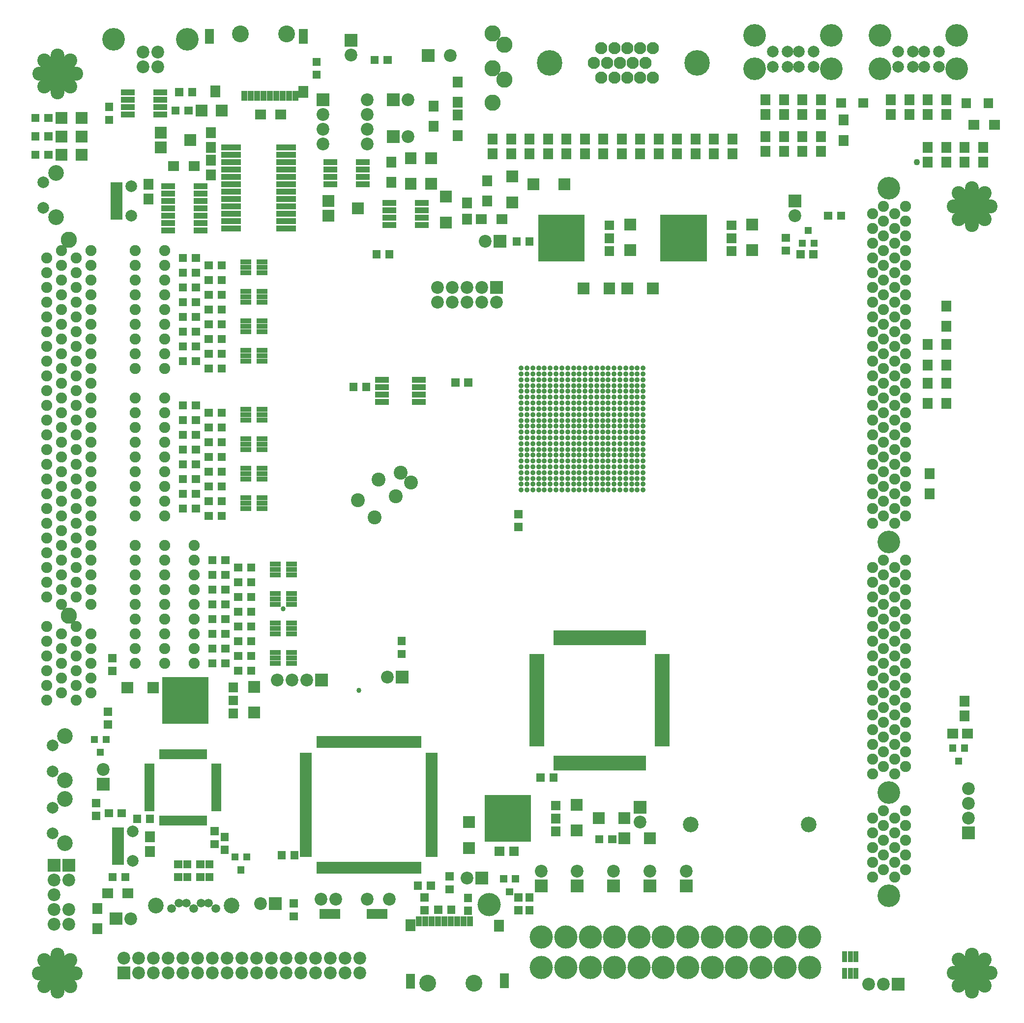
<source format=gbr>
%FSLAX34Y34*%
%MOMM*%
%LNSOLDERMASK_TOP*%
G71*
G01*
%ADD10C, 2.40*%
%ADD11C, 2.20*%
%ADD12C, 2.00*%
%ADD13C, 2.70*%
%ADD14C, 1.90*%
%ADD15C, 2.80*%
%ADD16R, 1.92X1.82*%
%ADD17R, 1.82X1.92*%
%ADD18R, 2.03X6.40*%
%ADD19C, 1.50*%
%ADD20C, 2.70*%
%ADD21R, 0.65X1.70*%
%ADD22R, 1.70X0.65*%
%ADD23C, 1.40*%
%ADD24R, 1.50X2.60*%
%ADD25R, 1.90X0.82*%
%ADD26R, 1.10X1.70*%
%ADD27C, 2.90*%
%ADD28C, 0.86*%
%ADD29R, 3.40X1.06*%
%ADD30R, 3.65X1.67*%
%ADD31C, 2.20*%
%ADD32R, 2.43X1.06*%
%ADD33R, 2.43X1.00*%
%ADD34C, 0.90*%
%ADD35C, 2.80*%
%ADD36R, 0.73X2.50*%
%ADD37C, 2.10*%
%ADD38C, 2.69*%
%ADD39R, 0.82X1.90*%
%ADD40C, 1.10*%
%ADD41C, 3.90*%
%ADD42R, 1.80X2.00*%
%ADD43C, 4.00*%
%ADD44R, 2.50X0.73*%
%ADD45C, 4.40*%
%ADD46C, 6.40*%
%ADD47R, 0.62X2.00*%
%ADD48R, 2.00X0.62*%
%LPD*%
G36*
X16364Y1474514D02*
X30372Y1474514D01*
X30372Y1460506D01*
X16364Y1460506D01*
X16364Y1474514D01*
G37*
G36*
X16364Y1538014D02*
X30372Y1538014D01*
X30372Y1524006D01*
X16364Y1524006D01*
X16364Y1538014D01*
G37*
X29718Y1607210D02*
G54D10*
D03*
X83490Y35077D02*
G54D10*
D03*
X61265Y25552D02*
G54D10*
D03*
X83490Y79984D02*
G54D10*
D03*
X61265Y89052D02*
G54D10*
D03*
X55118Y167335D02*
G54D11*
D03*
X80518Y167335D02*
G54D11*
D03*
X55118Y192735D02*
G54D11*
D03*
G36*
X44114Y254538D02*
X66122Y254538D01*
X66122Y232530D01*
X44114Y232530D01*
X44114Y254538D01*
G37*
G36*
X69514Y254538D02*
X91522Y254538D01*
X91522Y232530D01*
X69514Y232530D01*
X69514Y254538D01*
G37*
X53086Y298044D02*
G54D12*
D03*
X53086Y342493D02*
G54D12*
D03*
X74168Y389585D02*
G54D13*
D03*
X53086Y405079D02*
G54D12*
D03*
X74168Y465784D02*
G54D13*
D03*
X53086Y449529D02*
G54D12*
D03*
X93218Y527710D02*
G54D14*
D03*
X67818Y565810D02*
G54D14*
D03*
X93218Y553110D02*
G54D14*
D03*
X93218Y578510D02*
G54D14*
D03*
X67818Y540410D02*
G54D14*
D03*
X93218Y603910D02*
G54D14*
D03*
X67818Y642010D02*
G54D14*
D03*
X93218Y629310D02*
G54D14*
D03*
X93218Y654710D02*
G54D14*
D03*
X67818Y616610D02*
G54D14*
D03*
X67818Y718210D02*
G54D14*
D03*
X93218Y730910D02*
G54D14*
D03*
X93218Y705510D02*
G54D14*
D03*
X67818Y692810D02*
G54D14*
D03*
X93218Y756310D02*
G54D14*
D03*
X67818Y794410D02*
G54D14*
D03*
X93218Y807110D02*
G54D14*
D03*
X67818Y769010D02*
G54D14*
D03*
X93218Y781710D02*
G54D14*
D03*
X93218Y832510D02*
G54D14*
D03*
X93218Y883310D02*
G54D14*
D03*
X67818Y870610D02*
G54D14*
D03*
X67818Y845210D02*
G54D14*
D03*
X93218Y857910D02*
G54D14*
D03*
X93218Y908710D02*
G54D14*
D03*
X67818Y946810D02*
G54D14*
D03*
X93218Y959510D02*
G54D14*
D03*
X67818Y921410D02*
G54D14*
D03*
X93218Y934110D02*
G54D14*
D03*
X93218Y984910D02*
G54D14*
D03*
X67818Y1023010D02*
G54D14*
D03*
X93218Y1035710D02*
G54D14*
D03*
X93218Y1010310D02*
G54D14*
D03*
X67818Y997610D02*
G54D14*
D03*
X93218Y1061110D02*
G54D14*
D03*
X67818Y1099210D02*
G54D14*
D03*
X93218Y1111910D02*
G54D14*
D03*
X67818Y1073810D02*
G54D14*
D03*
X93218Y1086510D02*
G54D14*
D03*
X93218Y1137310D02*
G54D14*
D03*
X67818Y1175410D02*
G54D14*
D03*
X93218Y1188110D02*
G54D14*
D03*
X67818Y1150010D02*
G54D14*
D03*
X93218Y1162710D02*
G54D14*
D03*
X93218Y1213510D02*
G54D14*
D03*
X93218Y1264310D02*
G54D14*
D03*
X67818Y1251610D02*
G54D14*
D03*
X67818Y1226210D02*
G54D14*
D03*
X93218Y1238910D02*
G54D14*
D03*
X93218Y1289710D02*
G54D14*
D03*
X67818Y1302410D02*
G54D14*
D03*
X80518Y1321460D02*
G54D15*
D03*
G36*
X92615Y1477638D02*
X112871Y1477638D01*
X112871Y1457382D01*
X92615Y1457382D01*
X92615Y1477638D01*
G37*
G36*
X57690Y1477638D02*
X77946Y1477638D01*
X77946Y1457382D01*
X57690Y1457382D01*
X57690Y1477638D01*
G37*
G36*
X92615Y1541138D02*
X112871Y1541138D01*
X112871Y1520882D01*
X92615Y1520882D01*
X92615Y1541138D01*
G37*
G36*
X57690Y1541138D02*
X77946Y1541138D01*
X77946Y1520882D01*
X57690Y1520882D01*
X57690Y1541138D01*
G37*
X83693Y1629866D02*
G54D10*
D03*
X61468Y1638960D02*
G54D10*
D03*
X93218Y1607210D02*
G54D10*
D03*
X175768Y83210D02*
G54D11*
D03*
X182499Y194996D02*
G54D16*
D03*
X147498Y194996D02*
G54D16*
D03*
G36*
X151302Y162490D02*
X173311Y162490D01*
X173311Y140482D01*
X151302Y140482D01*
X151302Y162490D01*
G37*
X129997Y168757D02*
G54D17*
D03*
G36*
X171279Y230168D02*
X185286Y230168D01*
X185286Y216160D01*
X171279Y216160D01*
X171279Y230168D01*
G37*
G36*
X149054Y230168D02*
X163061Y230168D01*
X163061Y216160D01*
X149054Y216160D01*
X149054Y230168D01*
G37*
G36*
X121063Y357600D02*
X135071Y357600D01*
X135071Y343592D01*
X121063Y343592D01*
X121063Y357600D01*
G37*
G36*
X121063Y335375D02*
X135071Y335375D01*
X135071Y321367D01*
X121063Y321367D01*
X121063Y335375D01*
G37*
G36*
X142805Y340175D02*
X156813Y340175D01*
X156813Y326167D01*
X142805Y326167D01*
X142805Y340175D01*
G37*
G36*
X165030Y340175D02*
X179038Y340175D01*
X179038Y326167D01*
X165030Y326167D01*
X165030Y340175D01*
G37*
X140335Y408457D02*
G54D11*
D03*
G36*
X129331Y394061D02*
X151339Y394061D01*
X151339Y372053D01*
X129331Y372053D01*
X129331Y394061D01*
G37*
G36*
X141053Y492880D02*
X155060Y492880D01*
X155060Y478872D01*
X141053Y478872D01*
X141053Y492880D01*
G37*
G36*
X148698Y585158D02*
X162706Y585158D01*
X162706Y571150D01*
X148698Y571150D01*
X148698Y585158D01*
G37*
G36*
X171507Y559555D02*
X191763Y559555D01*
X191763Y539299D01*
X171507Y539299D01*
X171507Y559555D01*
G37*
G36*
X148698Y607384D02*
X162706Y607384D01*
X162706Y593376D01*
X148698Y593376D01*
X148698Y607384D01*
G37*
X163068Y1388135D02*
G54D18*
D03*
G36*
X143364Y1557064D02*
X157372Y1557064D01*
X157372Y1543056D01*
X143364Y1543056D01*
X143364Y1557064D01*
G37*
G36*
X143364Y1534839D02*
X157372Y1534839D01*
X157372Y1520831D01*
X143364Y1520831D01*
X143364Y1534839D01*
G37*
X251968Y83210D02*
G54D11*
D03*
X226568Y83210D02*
G54D11*
D03*
X257988Y168960D02*
G54D19*
D03*
X230988Y173735D02*
G54D20*
D03*
X220701Y266852D02*
G54D17*
D03*
X245008Y319989D02*
G54D21*
D03*
X250012Y319989D02*
G54D21*
D03*
X255016Y319989D02*
G54D21*
D03*
X259994Y319989D02*
G54D21*
D03*
X240004Y319989D02*
G54D21*
D03*
X264998Y319989D02*
G54D21*
D03*
X220015Y345008D02*
G54D22*
D03*
X220015Y340004D02*
G54D22*
D03*
G36*
X213773Y330168D02*
X227781Y330168D01*
X227781Y316160D01*
X213773Y316160D01*
X213773Y330168D01*
G37*
X220015Y354990D02*
G54D22*
D03*
X220015Y349986D02*
G54D22*
D03*
X220015Y410007D02*
G54D22*
D03*
X220015Y405002D02*
G54D22*
D03*
X220015Y414985D02*
G54D22*
D03*
X220015Y399999D02*
G54D22*
D03*
X220015Y384987D02*
G54D22*
D03*
X220015Y389991D02*
G54D22*
D03*
X220015Y394995D02*
G54D22*
D03*
X220015Y370001D02*
G54D22*
D03*
X220015Y380009D02*
G54D22*
D03*
X220015Y375005D02*
G54D22*
D03*
X252501Y549986D02*
G54D23*
D03*
G36*
X215957Y559555D02*
X236213Y559555D01*
X236213Y539299D01*
X215957Y539299D01*
X215957Y559555D01*
G37*
X245618Y642010D02*
G54D14*
D03*
X245618Y616610D02*
G54D14*
D03*
X245618Y718210D02*
G54D14*
D03*
X245618Y692810D02*
G54D14*
D03*
X245618Y794410D02*
G54D14*
D03*
X245618Y769010D02*
G54D14*
D03*
X245618Y845210D02*
G54D14*
D03*
X245618Y870610D02*
G54D14*
D03*
X245618Y921410D02*
G54D14*
D03*
X245618Y946810D02*
G54D14*
D03*
X245618Y997610D02*
G54D14*
D03*
X245618Y1023010D02*
G54D14*
D03*
X245618Y1099210D02*
G54D14*
D03*
X245618Y1175410D02*
G54D14*
D03*
X245618Y1150010D02*
G54D14*
D03*
X245618Y1251610D02*
G54D14*
D03*
X245618Y1226210D02*
G54D14*
D03*
X245618Y1302410D02*
G54D14*
D03*
X217805Y1391361D02*
G54D17*
D03*
X217805Y1416761D02*
G54D17*
D03*
G36*
X229140Y1490338D02*
X249396Y1490338D01*
X249396Y1470082D01*
X229140Y1470082D01*
X229140Y1490338D01*
G37*
X261417Y1448460D02*
G54D16*
D03*
X233959Y1644624D02*
G54D11*
D03*
X233959Y1619225D02*
G54D11*
D03*
X208560Y1644624D02*
G54D11*
D03*
X208560Y1619225D02*
G54D11*
D03*
X328168Y83210D02*
G54D11*
D03*
X302768Y83210D02*
G54D11*
D03*
X283388Y178485D02*
G54D19*
D03*
X321488Y178485D02*
G54D19*
D03*
X308788Y178485D02*
G54D19*
D03*
X334188Y168960D02*
G54D19*
D03*
X296088Y168960D02*
G54D19*
D03*
G36*
X277959Y252164D02*
X291966Y252164D01*
X291966Y238156D01*
X277959Y238156D01*
X277959Y252164D01*
G37*
G36*
X277959Y229940D02*
X291966Y229940D01*
X291966Y215932D01*
X277959Y215932D01*
X277959Y229940D01*
G37*
G36*
X316059Y252164D02*
X330067Y252164D01*
X330067Y238156D01*
X316059Y238156D01*
X316059Y252164D01*
G37*
G36*
X316059Y229940D02*
X330067Y229940D01*
X330067Y215932D01*
X316059Y215932D01*
X316059Y229940D01*
G37*
G36*
X300184Y252164D02*
X314192Y252164D01*
X314192Y238156D01*
X300184Y238156D01*
X300184Y252164D01*
G37*
G36*
X300184Y229940D02*
X314192Y229940D01*
X314192Y215932D01*
X300184Y215932D01*
X300184Y229940D01*
G37*
X280010Y319989D02*
G54D21*
D03*
X275006Y319989D02*
G54D21*
D03*
X285014Y319989D02*
G54D21*
D03*
X294996Y319989D02*
G54D21*
D03*
X290018Y319989D02*
G54D21*
D03*
X335000Y345008D02*
G54D22*
D03*
X335000Y340004D02*
G54D22*
D03*
X310007Y319989D02*
G54D21*
D03*
X315011Y319989D02*
G54D21*
D03*
X305004Y319989D02*
G54D21*
D03*
X335000Y354990D02*
G54D22*
D03*
X335000Y349986D02*
G54D22*
D03*
X300000Y319989D02*
G54D21*
D03*
G36*
X324949Y309060D02*
X338956Y309060D01*
X338956Y295052D01*
X324949Y295052D01*
X324949Y309060D01*
G37*
X335000Y410007D02*
G54D22*
D03*
X335000Y405002D02*
G54D22*
D03*
X335000Y414985D02*
G54D22*
D03*
X335000Y399999D02*
G54D22*
D03*
X335000Y384987D02*
G54D22*
D03*
X335000Y389991D02*
G54D22*
D03*
X335000Y394995D02*
G54D22*
D03*
X335000Y370001D02*
G54D22*
D03*
X335000Y380009D02*
G54D22*
D03*
X335000Y375005D02*
G54D22*
D03*
X296418Y616610D02*
G54D14*
D03*
X296418Y642010D02*
G54D14*
D03*
G36*
X321164Y623614D02*
X335172Y623614D01*
X335172Y609606D01*
X321164Y609606D01*
X321164Y623614D01*
G37*
G36*
X321164Y649014D02*
X335172Y649014D01*
X335172Y635006D01*
X321164Y635006D01*
X321164Y649014D01*
G37*
X296418Y692810D02*
G54D14*
D03*
X296418Y718210D02*
G54D14*
D03*
G36*
X321164Y699814D02*
X335172Y699814D01*
X335172Y685806D01*
X321164Y685806D01*
X321164Y699814D01*
G37*
G36*
X321164Y725214D02*
X335172Y725214D01*
X335172Y711206D01*
X321164Y711206D01*
X321164Y725214D01*
G37*
X296418Y769010D02*
G54D14*
D03*
X296418Y794410D02*
G54D14*
D03*
G36*
X321164Y776014D02*
X335172Y776014D01*
X335172Y762006D01*
X321164Y762006D01*
X321164Y776014D01*
G37*
G36*
X292589Y864914D02*
X306597Y864914D01*
X306597Y850906D01*
X292589Y850906D01*
X292589Y864914D01*
G37*
G36*
X314814Y852214D02*
X328822Y852214D01*
X328822Y838206D01*
X314814Y838206D01*
X314814Y852214D01*
G37*
G36*
X292589Y890314D02*
X306597Y890314D01*
X306597Y876306D01*
X292589Y876306D01*
X292589Y890314D01*
G37*
G36*
X314814Y877614D02*
X328822Y877614D01*
X328822Y863606D01*
X314814Y863606D01*
X314814Y877614D01*
G37*
G36*
X292589Y941114D02*
X306597Y941114D01*
X306597Y927106D01*
X292589Y927106D01*
X292589Y941114D01*
G37*
G36*
X314814Y928414D02*
X328822Y928414D01*
X328822Y914406D01*
X314814Y914406D01*
X314814Y928414D01*
G37*
G36*
X292589Y915714D02*
X306597Y915714D01*
X306597Y901706D01*
X292589Y901706D01*
X292589Y915714D01*
G37*
G36*
X292589Y966514D02*
X306597Y966514D01*
X306597Y952506D01*
X292589Y952506D01*
X292589Y966514D01*
G37*
G36*
X314814Y953814D02*
X328822Y953814D01*
X328822Y939806D01*
X314814Y939806D01*
X314814Y953814D01*
G37*
G36*
X292589Y1017314D02*
X306597Y1017314D01*
X306597Y1003306D01*
X292589Y1003306D01*
X292589Y1017314D01*
G37*
G36*
X314814Y1004614D02*
X328822Y1004614D01*
X328822Y990606D01*
X314814Y990606D01*
X314814Y1004614D01*
G37*
G36*
X292589Y991914D02*
X306597Y991914D01*
X306597Y977906D01*
X292589Y977906D01*
X292589Y991914D01*
G37*
G36*
X292589Y1042714D02*
X306597Y1042714D01*
X306597Y1028706D01*
X292589Y1028706D01*
X292589Y1042714D01*
G37*
G36*
X314814Y1030014D02*
X328822Y1030014D01*
X328822Y1016006D01*
X314814Y1016006D01*
X314814Y1030014D01*
G37*
G36*
X292589Y1118914D02*
X306597Y1118914D01*
X306597Y1104906D01*
X292589Y1104906D01*
X292589Y1118914D01*
G37*
G36*
X314814Y1106214D02*
X328822Y1106214D01*
X328822Y1092206D01*
X314814Y1092206D01*
X314814Y1106214D01*
G37*
G36*
X292589Y1195114D02*
X306597Y1195114D01*
X306597Y1181106D01*
X292589Y1181106D01*
X292589Y1195114D01*
G37*
G36*
X314814Y1182414D02*
X328822Y1182414D01*
X328822Y1168406D01*
X314814Y1168406D01*
X314814Y1182414D01*
G37*
G36*
X292589Y1169714D02*
X306597Y1169714D01*
X306597Y1155706D01*
X292589Y1155706D01*
X292589Y1169714D01*
G37*
G36*
X314814Y1157014D02*
X328822Y1157014D01*
X328822Y1143006D01*
X314814Y1143006D01*
X314814Y1157014D01*
G37*
G36*
X292589Y1144314D02*
X306597Y1144314D01*
X306597Y1130306D01*
X292589Y1130306D01*
X292589Y1144314D01*
G37*
G36*
X292589Y1271314D02*
X306597Y1271314D01*
X306597Y1257306D01*
X292589Y1257306D01*
X292589Y1271314D01*
G37*
G36*
X314814Y1258614D02*
X328822Y1258614D01*
X328822Y1244606D01*
X314814Y1244606D01*
X314814Y1258614D01*
G37*
G36*
X292589Y1245914D02*
X306597Y1245914D01*
X306597Y1231906D01*
X292589Y1231906D01*
X292589Y1245914D01*
G37*
G36*
X314814Y1233214D02*
X328822Y1233214D01*
X328822Y1219206D01*
X314814Y1219206D01*
X314814Y1233214D01*
G37*
G36*
X292589Y1220514D02*
X306597Y1220514D01*
X306597Y1206506D01*
X292589Y1206506D01*
X292589Y1220514D01*
G37*
G36*
X292589Y1296714D02*
X306597Y1296714D01*
X306597Y1282706D01*
X292589Y1282706D01*
X292589Y1296714D01*
G37*
X296418Y1448460D02*
G54D16*
D03*
X325755Y1458036D02*
G54D17*
D03*
X325755Y1480261D02*
G54D17*
D03*
G36*
X279940Y1503038D02*
X300196Y1503038D01*
X300196Y1482782D01*
X279940Y1482782D01*
X279940Y1503038D01*
G37*
G36*
X298990Y1553838D02*
X319246Y1553838D01*
X319246Y1533582D01*
X298990Y1533582D01*
X298990Y1553838D01*
G37*
G36*
X279889Y1550714D02*
X293897Y1550714D01*
X293897Y1536706D01*
X279889Y1536706D01*
X279889Y1550714D01*
G37*
X323418Y1671726D02*
G54D24*
D03*
X404368Y83210D02*
G54D11*
D03*
X378968Y83210D02*
G54D11*
D03*
X411048Y177241D02*
G54D11*
D03*
G36*
X371278Y241471D02*
X383406Y241471D01*
X383406Y229343D01*
X371278Y229343D01*
X371278Y241471D01*
G37*
G36*
X361118Y263568D02*
X373246Y263568D01*
X373246Y251440D01*
X361118Y251440D01*
X361118Y263568D01*
G37*
G36*
X381438Y263568D02*
X393566Y263568D01*
X393566Y251440D01*
X381438Y251440D01*
X381438Y263568D01*
G37*
G36*
X355860Y513454D02*
X372560Y513454D01*
X372560Y496754D01*
X355860Y496754D01*
X355860Y513454D01*
G37*
G36*
X365614Y585514D02*
X379622Y585514D01*
X379622Y571506D01*
X365614Y571506D01*
X365614Y585514D01*
G37*
G36*
X387839Y585514D02*
X401847Y585514D01*
X401847Y571506D01*
X387839Y571506D01*
X387839Y585514D01*
G37*
G36*
X355860Y557904D02*
X372560Y557904D01*
X372560Y541204D01*
X355860Y541204D01*
X355860Y557904D01*
G37*
G36*
X355860Y535679D02*
X372560Y535679D01*
X372560Y518979D01*
X355860Y518979D01*
X355860Y535679D01*
G37*
G36*
X389770Y561206D02*
X410026Y561206D01*
X410026Y540950D01*
X389770Y540950D01*
X389770Y561206D01*
G37*
G36*
X365614Y610914D02*
X379622Y610914D01*
X379622Y596906D01*
X365614Y596906D01*
X365614Y610914D01*
G37*
G36*
X365614Y661714D02*
X379622Y661714D01*
X379622Y647706D01*
X365614Y647706D01*
X365614Y661714D01*
G37*
G36*
X365614Y636314D02*
X379622Y636314D01*
X379622Y622306D01*
X365614Y622306D01*
X365614Y636314D01*
G37*
G36*
X387839Y610914D02*
X401847Y610914D01*
X401847Y596906D01*
X387839Y596906D01*
X387839Y610914D01*
G37*
G36*
X387839Y661714D02*
X401847Y661714D01*
X401847Y647706D01*
X387839Y647706D01*
X387839Y661714D01*
G37*
G36*
X387839Y636314D02*
X401847Y636314D01*
X401847Y622306D01*
X387839Y622306D01*
X387839Y636314D01*
G37*
G36*
X365614Y687114D02*
X379622Y687114D01*
X379622Y673106D01*
X365614Y673106D01*
X365614Y687114D01*
G37*
G36*
X365614Y737914D02*
X379622Y737914D01*
X379622Y723906D01*
X365614Y723906D01*
X365614Y737914D01*
G37*
G36*
X365614Y712514D02*
X379622Y712514D01*
X379622Y698506D01*
X365614Y698506D01*
X365614Y712514D01*
G37*
G36*
X387839Y687114D02*
X401847Y687114D01*
X401847Y673106D01*
X387839Y673106D01*
X387839Y687114D01*
G37*
G36*
X387839Y737914D02*
X401847Y737914D01*
X401847Y723906D01*
X387839Y723906D01*
X387839Y737914D01*
G37*
G36*
X387839Y712514D02*
X401847Y712514D01*
X401847Y698506D01*
X387839Y698506D01*
X387839Y712514D01*
G37*
G36*
X365614Y763314D02*
X379622Y763314D01*
X379622Y749306D01*
X365614Y749306D01*
X365614Y763314D01*
G37*
G36*
X387839Y763314D02*
X401847Y763314D01*
X401847Y749306D01*
X387839Y749306D01*
X387839Y763314D01*
G37*
X385318Y857910D02*
G54D25*
D03*
X413893Y857910D02*
G54D25*
D03*
X385318Y876960D02*
G54D25*
D03*
X413893Y876960D02*
G54D25*
D03*
X385318Y867435D02*
G54D25*
D03*
X413893Y867435D02*
G54D25*
D03*
X385318Y908710D02*
G54D25*
D03*
X413893Y908710D02*
G54D25*
D03*
X385318Y927760D02*
G54D25*
D03*
X413893Y927760D02*
G54D25*
D03*
X385318Y918235D02*
G54D25*
D03*
X413893Y918235D02*
G54D25*
D03*
X385318Y959510D02*
G54D25*
D03*
X413893Y959510D02*
G54D25*
D03*
X385318Y1010310D02*
G54D25*
D03*
X413893Y1010310D02*
G54D25*
D03*
X385318Y978560D02*
G54D25*
D03*
X413893Y978560D02*
G54D25*
D03*
X385318Y1029360D02*
G54D25*
D03*
X413893Y1029360D02*
G54D25*
D03*
X385318Y1019835D02*
G54D25*
D03*
X413893Y1019835D02*
G54D25*
D03*
X385318Y1111910D02*
G54D25*
D03*
X413893Y1111910D02*
G54D25*
D03*
X385318Y1162710D02*
G54D25*
D03*
X413893Y1162710D02*
G54D25*
D03*
X385318Y1181760D02*
G54D25*
D03*
X413893Y1181760D02*
G54D25*
D03*
X385318Y1172235D02*
G54D25*
D03*
X413893Y1172235D02*
G54D25*
D03*
X385318Y1130960D02*
G54D25*
D03*
X413893Y1130960D02*
G54D25*
D03*
X385318Y1264310D02*
G54D25*
D03*
X413893Y1264310D02*
G54D25*
D03*
X385318Y1213510D02*
G54D25*
D03*
X413893Y1213510D02*
G54D25*
D03*
X385318Y1232560D02*
G54D25*
D03*
X413893Y1232560D02*
G54D25*
D03*
X385318Y1223035D02*
G54D25*
D03*
X413893Y1223035D02*
G54D25*
D03*
X385318Y1283360D02*
G54D25*
D03*
X413893Y1283360D02*
G54D25*
D03*
X405028Y1568882D02*
G54D26*
D03*
X383032Y1568882D02*
G54D26*
D03*
X394030Y1568882D02*
G54D26*
D03*
X416026Y1568882D02*
G54D26*
D03*
X410718Y1537360D02*
G54D16*
D03*
X376022Y1675866D02*
G54D27*
D03*
X480568Y83210D02*
G54D11*
D03*
X455168Y83210D02*
G54D11*
D03*
G36*
X425444Y188245D02*
X447453Y188245D01*
X447453Y166237D01*
X425444Y166237D01*
X425444Y188245D01*
G37*
G36*
X461068Y184677D02*
X475075Y184677D01*
X475075Y170669D01*
X461068Y170669D01*
X461068Y184677D01*
G37*
G36*
X461068Y162452D02*
X475075Y162452D01*
X475075Y148444D01*
X461068Y148444D01*
X461068Y162452D01*
G37*
G36*
X440316Y267557D02*
X454323Y267557D01*
X454323Y253549D01*
X440316Y253549D01*
X440316Y267557D01*
G37*
G36*
X462541Y267557D02*
X476548Y267557D01*
X476548Y253549D01*
X462541Y253549D01*
X462541Y267557D01*
G37*
X440258Y562254D02*
G54D11*
D03*
X465658Y562254D02*
G54D11*
D03*
X436118Y642010D02*
G54D25*
D03*
X464693Y642010D02*
G54D25*
D03*
X436118Y661060D02*
G54D25*
D03*
X464693Y661060D02*
G54D25*
D03*
X436118Y651535D02*
G54D25*
D03*
X464693Y651535D02*
G54D25*
D03*
X436118Y610260D02*
G54D25*
D03*
X464693Y610260D02*
G54D25*
D03*
X436118Y600735D02*
G54D25*
D03*
X464693Y600735D02*
G54D25*
D03*
X436118Y692810D02*
G54D25*
D03*
X464693Y692810D02*
G54D25*
D03*
X436118Y711860D02*
G54D25*
D03*
X464693Y711860D02*
G54D25*
D03*
X436118Y702335D02*
G54D25*
D03*
X464693Y702335D02*
G54D25*
D03*
X450012Y684987D02*
G54D28*
D03*
X436118Y762660D02*
G54D25*
D03*
X464693Y762660D02*
G54D25*
D03*
X436118Y753135D02*
G54D25*
D03*
X464693Y753135D02*
G54D25*
D03*
X455168Y1340510D02*
G54D29*
D03*
X455168Y1365910D02*
G54D29*
D03*
X455168Y1404010D02*
G54D29*
D03*
X455168Y1391310D02*
G54D29*
D03*
X455168Y1378610D02*
G54D29*
D03*
X455168Y1416710D02*
G54D29*
D03*
X455168Y1442110D02*
G54D29*
D03*
X455168Y1480210D02*
G54D29*
D03*
X455168Y1467510D02*
G54D29*
D03*
X455168Y1454810D02*
G54D29*
D03*
X449021Y1568882D02*
G54D26*
D03*
X460020Y1568882D02*
G54D26*
D03*
X471043Y1568882D02*
G54D26*
D03*
X438023Y1568882D02*
G54D26*
D03*
X445694Y1537360D02*
G54D16*
D03*
X485038Y1671878D02*
G54D24*
D03*
X456032Y1675866D02*
G54D27*
D03*
X556768Y83210D02*
G54D11*
D03*
X531368Y83210D02*
G54D11*
D03*
X530301Y159588D02*
G54D30*
D03*
X515112Y184988D02*
G54D31*
D03*
X540512Y184988D02*
G54D31*
D03*
G36*
X505454Y573258D02*
X527462Y573258D01*
X527462Y551250D01*
X505454Y551250D01*
X505454Y573258D01*
G37*
X531368Y1416710D02*
G54D32*
D03*
G36*
X518065Y1398263D02*
X538321Y1398263D01*
X538321Y1378007D01*
X518065Y1378007D01*
X518065Y1398263D01*
G37*
X518668Y1486560D02*
G54D11*
D03*
X531368Y1442110D02*
G54D32*
D03*
X531368Y1454810D02*
G54D32*
D03*
G36*
X507664Y1573764D02*
X529672Y1573764D01*
X529672Y1551756D01*
X507664Y1551756D01*
X507664Y1573764D01*
G37*
X518668Y1537360D02*
G54D11*
D03*
G36*
X500539Y1634839D02*
X514547Y1634839D01*
X514547Y1620831D01*
X500539Y1620831D01*
X500539Y1634839D01*
G37*
G36*
X500539Y1612614D02*
X514547Y1612614D01*
X514547Y1598606D01*
X500539Y1598606D01*
X500539Y1612614D01*
G37*
X611505Y159486D02*
G54D30*
D03*
X594944Y184988D02*
G54D31*
D03*
X633044Y184988D02*
G54D31*
D03*
X629616Y567486D02*
G54D11*
D03*
X607720Y843051D02*
G54D10*
D03*
X620268Y1042060D02*
G54D33*
D03*
X620268Y1080160D02*
G54D33*
D03*
X620268Y1067460D02*
G54D33*
D03*
X620268Y1054760D02*
G54D33*
D03*
G36*
X586188Y1074692D02*
X600195Y1074692D01*
X600195Y1060684D01*
X586188Y1060684D01*
X586188Y1074692D01*
G37*
X632968Y1346860D02*
G54D32*
D03*
G36*
X603739Y1303064D02*
X617747Y1303064D01*
X617747Y1289056D01*
X603739Y1289056D01*
X603739Y1303064D01*
G37*
G36*
X625964Y1303064D02*
X639972Y1303064D01*
X639972Y1289056D01*
X625964Y1289056D01*
X625964Y1303064D01*
G37*
X632968Y1359560D02*
G54D32*
D03*
X632968Y1372260D02*
G54D32*
D03*
X632968Y1384960D02*
G54D32*
D03*
X594868Y1486560D02*
G54D11*
D03*
X636143Y1454861D02*
G54D17*
D03*
X594868Y1562760D02*
G54D11*
D03*
X594868Y1537360D02*
G54D11*
D03*
G36*
X628314Y1573764D02*
X650322Y1573764D01*
X650322Y1551756D01*
X628314Y1551756D01*
X628314Y1573764D01*
G37*
G36*
X600564Y1638014D02*
X614572Y1638014D01*
X614572Y1624006D01*
X600564Y1624006D01*
X600564Y1638014D01*
G37*
G36*
X622789Y1638014D02*
X636797Y1638014D01*
X636797Y1624006D01*
X622789Y1624006D01*
X622789Y1638014D01*
G37*
X669747Y43917D02*
G54D24*
D03*
X698754Y39929D02*
G54D27*
D03*
X716762Y146913D02*
G54D26*
D03*
X705764Y146913D02*
G54D26*
D03*
X694766Y146913D02*
G54D26*
D03*
X683768Y146913D02*
G54D26*
D03*
G36*
X710317Y173577D02*
X724325Y173577D01*
X724325Y159569D01*
X710317Y159569D01*
X710317Y173577D01*
G37*
G36*
X686289Y194989D02*
X700297Y194989D01*
X700297Y180981D01*
X686289Y180981D01*
X686289Y194989D01*
G37*
G36*
X686289Y172764D02*
X700297Y172764D01*
X700297Y158756D01*
X686289Y158756D01*
X686289Y172764D01*
G37*
X683768Y1042060D02*
G54D33*
D03*
X683768Y1054760D02*
G54D33*
D03*
X683768Y1067460D02*
G54D33*
D03*
X683768Y1080160D02*
G54D33*
D03*
X715518Y1213510D02*
G54D11*
D03*
X715518Y1238910D02*
G54D11*
D03*
X688848Y1346860D02*
G54D32*
D03*
X688848Y1359560D02*
G54D32*
D03*
X688848Y1372260D02*
G54D32*
D03*
X688848Y1384960D02*
G54D32*
D03*
G36*
X694570Y1427651D02*
X714826Y1427651D01*
X714826Y1407395D01*
X694570Y1407395D01*
X694570Y1427651D01*
G37*
G36*
X659644Y1427651D02*
X679900Y1427651D01*
X679900Y1407395D01*
X659644Y1407395D01*
X659644Y1427651D01*
G37*
G36*
X694570Y1472101D02*
X714826Y1472101D01*
X714826Y1451845D01*
X694570Y1451845D01*
X694570Y1472101D01*
G37*
G36*
X659644Y1472101D02*
X679900Y1472101D01*
X679900Y1451845D01*
X659644Y1451845D01*
X659644Y1472101D01*
G37*
X664718Y1562760D02*
G54D11*
D03*
X709168Y1551711D02*
G54D17*
D03*
X709168Y1516710D02*
G54D17*
D03*
G36*
X688639Y1649964D02*
X710647Y1649964D01*
X710647Y1627956D01*
X688639Y1627956D01*
X688639Y1649964D01*
G37*
X778764Y39929D02*
G54D27*
D03*
X749757Y146913D02*
G54D26*
D03*
X771754Y146913D02*
G54D26*
D03*
X760756Y146913D02*
G54D26*
D03*
X738759Y146913D02*
G54D26*
D03*
G36*
X732543Y173577D02*
X746550Y173577D01*
X746550Y159569D01*
X732543Y159569D01*
X732543Y173577D01*
G37*
G36*
X761422Y171824D02*
X775430Y171824D01*
X775430Y157816D01*
X761422Y157816D01*
X761422Y171824D01*
G37*
G36*
X761422Y194050D02*
X775430Y194050D01*
X775430Y180042D01*
X761422Y180042D01*
X761422Y194050D01*
G37*
G36*
X729723Y209035D02*
X743731Y209035D01*
X743731Y195027D01*
X729723Y195027D01*
X729723Y209035D01*
G37*
X766648Y221691D02*
G54D11*
D03*
G36*
X781044Y232695D02*
X803052Y232695D01*
X803052Y210687D01*
X781044Y210687D01*
X781044Y232695D01*
G37*
G36*
X729723Y231260D02*
X743731Y231260D01*
X743731Y217252D01*
X729723Y217252D01*
X729723Y231260D01*
G37*
G36*
X759974Y283355D02*
X780230Y283355D01*
X780230Y263099D01*
X759974Y263099D01*
X759974Y283355D01*
G37*
G36*
X759974Y327805D02*
X780230Y327805D01*
X780230Y307549D01*
X759974Y307549D01*
X759974Y327805D01*
G37*
G36*
X739629Y1082211D02*
X753637Y1082211D01*
X753637Y1068203D01*
X739629Y1068203D01*
X739629Y1082211D01*
G37*
G36*
X761854Y1082211D02*
X775862Y1082211D01*
X775862Y1068203D01*
X761854Y1068203D01*
X761854Y1082211D01*
G37*
X766318Y1213510D02*
G54D11*
D03*
X766318Y1238910D02*
G54D11*
D03*
X791718Y1213510D02*
G54D11*
D03*
X791718Y1238910D02*
G54D11*
D03*
X740918Y1213510D02*
G54D11*
D03*
X740918Y1238910D02*
G54D11*
D03*
X766318Y1384960D02*
G54D17*
D03*
X750443Y1557985D02*
G54D17*
D03*
X750443Y1535836D02*
G54D17*
D03*
X750443Y1592986D02*
G54D17*
D03*
X831368Y44069D02*
G54D24*
D03*
G36*
X848214Y194989D02*
X862222Y194989D01*
X862222Y180981D01*
X848214Y180981D01*
X848214Y194989D01*
G37*
G36*
X848214Y172764D02*
X862222Y172764D01*
X862222Y158756D01*
X848214Y158756D01*
X848214Y172764D01*
G37*
G36*
X814152Y275837D02*
X830852Y275837D01*
X830852Y259137D01*
X814152Y259137D01*
X814152Y275837D01*
G37*
G36*
X839146Y275837D02*
X855846Y275837D01*
X855846Y259137D01*
X839146Y259137D01*
X839146Y275837D01*
G37*
X859993Y889990D02*
G54D34*
D03*
X870001Y889990D02*
G54D34*
D03*
G36*
X848214Y855389D02*
X862222Y855389D01*
X862222Y841381D01*
X848214Y841381D01*
X848214Y855389D01*
G37*
X859993Y919987D02*
G54D34*
D03*
X859993Y929995D02*
G54D34*
D03*
X859993Y910005D02*
G54D34*
D03*
X859993Y949985D02*
G54D34*
D03*
X859993Y940002D02*
G54D34*
D03*
X859993Y959993D02*
G54D34*
D03*
X870001Y919987D02*
G54D34*
D03*
X870001Y929995D02*
G54D34*
D03*
X870001Y910005D02*
G54D34*
D03*
X870001Y949985D02*
G54D34*
D03*
X870001Y940002D02*
G54D34*
D03*
X870001Y959993D02*
G54D34*
D03*
X859993Y999998D02*
G54D34*
D03*
X859993Y989990D02*
G54D34*
D03*
X859993Y980008D02*
G54D34*
D03*
X859993Y1029995D02*
G54D34*
D03*
X859993Y1019987D02*
G54D34*
D03*
X859993Y1010005D02*
G54D34*
D03*
X859993Y1040002D02*
G54D34*
D03*
X870001Y999998D02*
G54D34*
D03*
X870001Y989990D02*
G54D34*
D03*
X870001Y980008D02*
G54D34*
D03*
X870001Y1029995D02*
G54D34*
D03*
X870001Y1019987D02*
G54D34*
D03*
X870001Y1010005D02*
G54D34*
D03*
X870001Y1040002D02*
G54D34*
D03*
X859993Y1070000D02*
G54D34*
D03*
X859993Y1080007D02*
G54D34*
D03*
X859993Y1059992D02*
G54D34*
D03*
X859993Y1099998D02*
G54D34*
D03*
X859993Y1089989D02*
G54D34*
D03*
X870001Y1070000D02*
G54D34*
D03*
X870001Y1080007D02*
G54D34*
D03*
X870001Y1059992D02*
G54D34*
D03*
X870001Y1099998D02*
G54D34*
D03*
X870001Y1089989D02*
G54D34*
D03*
X817118Y1213510D02*
G54D11*
D03*
G36*
X806114Y1249914D02*
X828122Y1249914D01*
X828122Y1227906D01*
X806114Y1227906D01*
X806114Y1249914D01*
G37*
G36*
X845039Y1325289D02*
X859047Y1325289D01*
X859047Y1311281D01*
X845039Y1311281D01*
X845039Y1325289D01*
G37*
G36*
X812464Y1329289D02*
X834472Y1329289D01*
X834472Y1307281D01*
X812464Y1307281D01*
X812464Y1329289D01*
G37*
G36*
X834270Y1395901D02*
X854526Y1395901D01*
X854526Y1375645D01*
X834270Y1375645D01*
X834270Y1395901D01*
G37*
X842518Y1469085D02*
G54D17*
D03*
X842518Y1494485D02*
G54D17*
D03*
X830758Y1597050D02*
G54D35*
D03*
X894207Y233350D02*
G54D11*
D03*
G36*
X911054Y354501D02*
X927754Y354501D01*
X927754Y337801D01*
X911054Y337801D01*
X911054Y354501D01*
G37*
G36*
X911054Y332276D02*
X927754Y332276D01*
X927754Y315576D01*
X911054Y315576D01*
X911054Y332276D01*
G37*
G36*
X911054Y310050D02*
X927754Y310050D01*
X927754Y293350D01*
X911054Y293350D01*
X911054Y310050D01*
G37*
X937768Y419760D02*
G54D36*
D03*
X931418Y419760D02*
G54D36*
D03*
X925068Y419760D02*
G54D36*
D03*
X918718Y419760D02*
G54D36*
D03*
X944118Y419760D02*
G54D36*
D03*
X950468Y419760D02*
G54D36*
D03*
G36*
X886314Y401364D02*
X900322Y401364D01*
X900322Y387356D01*
X886314Y387356D01*
X886314Y401364D01*
G37*
G36*
X908539Y401364D02*
X922547Y401364D01*
X922547Y387356D01*
X908539Y387356D01*
X908539Y401364D01*
G37*
X937768Y635660D02*
G54D36*
D03*
X931418Y635660D02*
G54D36*
D03*
X925068Y635660D02*
G54D36*
D03*
X918718Y635660D02*
G54D36*
D03*
X944118Y635660D02*
G54D36*
D03*
X950468Y635660D02*
G54D36*
D03*
X890016Y889990D02*
G54D34*
D03*
X940004Y889990D02*
G54D34*
D03*
X929996Y889990D02*
G54D34*
D03*
X920014Y889990D02*
G54D34*
D03*
X910006Y889990D02*
G54D34*
D03*
X899998Y889990D02*
G54D34*
D03*
X950011Y889990D02*
G54D34*
D03*
X890016Y919987D02*
G54D34*
D03*
X890016Y929995D02*
G54D34*
D03*
X890016Y910005D02*
G54D34*
D03*
X890016Y949985D02*
G54D34*
D03*
X890016Y940002D02*
G54D34*
D03*
X940004Y919987D02*
G54D34*
D03*
X929996Y919987D02*
G54D34*
D03*
X920014Y919987D02*
G54D34*
D03*
X940004Y929995D02*
G54D34*
D03*
X929996Y929995D02*
G54D34*
D03*
X920014Y929995D02*
G54D34*
D03*
X940004Y910005D02*
G54D34*
D03*
X929996Y910005D02*
G54D34*
D03*
X920014Y910005D02*
G54D34*
D03*
X910006Y919987D02*
G54D34*
D03*
X910006Y929995D02*
G54D34*
D03*
X910006Y910005D02*
G54D34*
D03*
X940004Y949985D02*
G54D34*
D03*
X929996Y949985D02*
G54D34*
D03*
X920014Y949985D02*
G54D34*
D03*
X910006Y949985D02*
G54D34*
D03*
X940004Y940002D02*
G54D34*
D03*
X929996Y940002D02*
G54D34*
D03*
X920014Y940002D02*
G54D34*
D03*
X910006Y940002D02*
G54D34*
D03*
X890016Y959993D02*
G54D34*
D03*
X940004Y959993D02*
G54D34*
D03*
X929996Y959993D02*
G54D34*
D03*
X920014Y959993D02*
G54D34*
D03*
X910006Y959993D02*
G54D34*
D03*
X899998Y919987D02*
G54D34*
D03*
X899998Y929995D02*
G54D34*
D03*
X899998Y910005D02*
G54D34*
D03*
X899998Y949985D02*
G54D34*
D03*
X899998Y940002D02*
G54D34*
D03*
X899998Y959993D02*
G54D34*
D03*
X950011Y919987D02*
G54D34*
D03*
X950011Y929995D02*
G54D34*
D03*
X950011Y910005D02*
G54D34*
D03*
X950011Y949985D02*
G54D34*
D03*
X950011Y940002D02*
G54D34*
D03*
X950011Y959993D02*
G54D34*
D03*
X890016Y999998D02*
G54D34*
D03*
X890016Y989990D02*
G54D34*
D03*
X890016Y980008D02*
G54D34*
D03*
X890016Y1029995D02*
G54D34*
D03*
X890016Y1019987D02*
G54D34*
D03*
X890016Y1010005D02*
G54D34*
D03*
X940004Y999998D02*
G54D34*
D03*
X929996Y999998D02*
G54D34*
D03*
X920014Y999998D02*
G54D34*
D03*
X940004Y989990D02*
G54D34*
D03*
X929996Y989990D02*
G54D34*
D03*
X920014Y989990D02*
G54D34*
D03*
X910006Y999998D02*
G54D34*
D03*
X910006Y989990D02*
G54D34*
D03*
X940004Y980008D02*
G54D34*
D03*
X929996Y980008D02*
G54D34*
D03*
X920014Y980008D02*
G54D34*
D03*
X910006Y980008D02*
G54D34*
D03*
X940004Y1029995D02*
G54D34*
D03*
X929996Y1029995D02*
G54D34*
D03*
X920014Y1029995D02*
G54D34*
D03*
X910006Y1029995D02*
G54D34*
D03*
X940004Y1019987D02*
G54D34*
D03*
X929996Y1019987D02*
G54D34*
D03*
X920014Y1019987D02*
G54D34*
D03*
X910006Y1019987D02*
G54D34*
D03*
X940004Y1010005D02*
G54D34*
D03*
X929996Y1010005D02*
G54D34*
D03*
X920014Y1010005D02*
G54D34*
D03*
X910006Y1010005D02*
G54D34*
D03*
X899998Y999998D02*
G54D34*
D03*
X899998Y989990D02*
G54D34*
D03*
X899998Y980008D02*
G54D34*
D03*
X899998Y1029995D02*
G54D34*
D03*
X899998Y1019987D02*
G54D34*
D03*
X899998Y1010005D02*
G54D34*
D03*
X890016Y1040002D02*
G54D34*
D03*
X940004Y1040002D02*
G54D34*
D03*
X929996Y1040002D02*
G54D34*
D03*
X920014Y1040002D02*
G54D34*
D03*
X910006Y1040002D02*
G54D34*
D03*
X899998Y1040002D02*
G54D34*
D03*
X950011Y999998D02*
G54D34*
D03*
X950011Y989990D02*
G54D34*
D03*
X950011Y980008D02*
G54D34*
D03*
X950011Y1029995D02*
G54D34*
D03*
X950011Y1019987D02*
G54D34*
D03*
X950011Y1010005D02*
G54D34*
D03*
X950011Y1040002D02*
G54D34*
D03*
X890016Y1070000D02*
G54D34*
D03*
X890016Y1080007D02*
G54D34*
D03*
X890016Y1059992D02*
G54D34*
D03*
X890016Y1099998D02*
G54D34*
D03*
X890016Y1089989D02*
G54D34*
D03*
X940004Y1070000D02*
G54D34*
D03*
X929996Y1070000D02*
G54D34*
D03*
X920014Y1070000D02*
G54D34*
D03*
X940004Y1080007D02*
G54D34*
D03*
X929996Y1080007D02*
G54D34*
D03*
X920014Y1080007D02*
G54D34*
D03*
X940004Y1059992D02*
G54D34*
D03*
X929996Y1059992D02*
G54D34*
D03*
X920014Y1059992D02*
G54D34*
D03*
X910006Y1070000D02*
G54D34*
D03*
X910006Y1080007D02*
G54D34*
D03*
X910006Y1059992D02*
G54D34*
D03*
X940004Y1099998D02*
G54D34*
D03*
X929996Y1099998D02*
G54D34*
D03*
X920014Y1099998D02*
G54D34*
D03*
X910006Y1099998D02*
G54D34*
D03*
X940004Y1089989D02*
G54D34*
D03*
X929996Y1089989D02*
G54D34*
D03*
X920014Y1089989D02*
G54D34*
D03*
X910006Y1089989D02*
G54D34*
D03*
X899998Y1070000D02*
G54D34*
D03*
X899998Y1080007D02*
G54D34*
D03*
X899998Y1059992D02*
G54D34*
D03*
X899998Y1099998D02*
G54D34*
D03*
X899998Y1089989D02*
G54D34*
D03*
X950011Y1070000D02*
G54D34*
D03*
X950011Y1080007D02*
G54D34*
D03*
X950011Y1059992D02*
G54D34*
D03*
X950011Y1099998D02*
G54D34*
D03*
X950011Y1089989D02*
G54D34*
D03*
G36*
X924465Y1426838D02*
X944721Y1426838D01*
X944721Y1406582D01*
X924465Y1406582D01*
X924465Y1426838D01*
G37*
X906018Y1469085D02*
G54D17*
D03*
X906018Y1494485D02*
G54D17*
D03*
X937768Y1469085D02*
G54D17*
D03*
X937768Y1494485D02*
G54D17*
D03*
X1019200Y233350D02*
G54D11*
D03*
G36*
X983114Y335019D02*
X1003370Y335019D01*
X1003370Y314763D01*
X983114Y314763D01*
X983114Y335019D01*
G37*
X963168Y419760D02*
G54D36*
D03*
X969518Y419760D02*
G54D36*
D03*
X988568Y419760D02*
G54D36*
D03*
X1013968Y419760D02*
G54D36*
D03*
X1007618Y419760D02*
G54D36*
D03*
X1001268Y419760D02*
G54D36*
D03*
X994918Y419760D02*
G54D36*
D03*
X982218Y419760D02*
G54D36*
D03*
X1020318Y419760D02*
G54D36*
D03*
X1026668Y419760D02*
G54D36*
D03*
X975868Y419760D02*
G54D36*
D03*
X963168Y635660D02*
G54D36*
D03*
X969518Y635660D02*
G54D36*
D03*
X988568Y635660D02*
G54D36*
D03*
X1013968Y635660D02*
G54D36*
D03*
X1007618Y635660D02*
G54D36*
D03*
X1001268Y635660D02*
G54D36*
D03*
X994918Y635660D02*
G54D36*
D03*
X982218Y635660D02*
G54D36*
D03*
X1020318Y635660D02*
G54D36*
D03*
X1026668Y635660D02*
G54D36*
D03*
X975868Y635660D02*
G54D36*
D03*
X970000Y889990D02*
G54D34*
D03*
X1010006Y889990D02*
G54D34*
D03*
X999998Y889990D02*
G54D34*
D03*
X990016Y889990D02*
G54D34*
D03*
X980008Y889990D02*
G54D34*
D03*
X1020013Y889990D02*
G54D34*
D03*
X970000Y919987D02*
G54D34*
D03*
X970000Y929995D02*
G54D34*
D03*
X970000Y910005D02*
G54D34*
D03*
X970000Y949985D02*
G54D34*
D03*
X970000Y940002D02*
G54D34*
D03*
X1010006Y919987D02*
G54D34*
D03*
X999998Y919987D02*
G54D34*
D03*
X1010006Y929995D02*
G54D34*
D03*
X999998Y929995D02*
G54D34*
D03*
X1010006Y910005D02*
G54D34*
D03*
X999998Y910005D02*
G54D34*
D03*
X990016Y919987D02*
G54D34*
D03*
X990016Y929995D02*
G54D34*
D03*
X990016Y910005D02*
G54D34*
D03*
X1010006Y949985D02*
G54D34*
D03*
X999998Y949985D02*
G54D34*
D03*
X990016Y949985D02*
G54D34*
D03*
X1010006Y940002D02*
G54D34*
D03*
X999998Y940002D02*
G54D34*
D03*
X990016Y940002D02*
G54D34*
D03*
X970000Y959993D02*
G54D34*
D03*
X1010006Y959993D02*
G54D34*
D03*
X999998Y959993D02*
G54D34*
D03*
X990016Y959993D02*
G54D34*
D03*
X980008Y919987D02*
G54D34*
D03*
X980008Y929995D02*
G54D34*
D03*
X980008Y910005D02*
G54D34*
D03*
X980008Y949985D02*
G54D34*
D03*
X980008Y940002D02*
G54D34*
D03*
X980008Y959993D02*
G54D34*
D03*
X1020013Y919987D02*
G54D34*
D03*
X1020013Y929995D02*
G54D34*
D03*
X1020013Y910005D02*
G54D34*
D03*
X1020013Y949985D02*
G54D34*
D03*
X1020013Y940002D02*
G54D34*
D03*
X1020013Y959993D02*
G54D34*
D03*
X970000Y999998D02*
G54D34*
D03*
X970000Y989990D02*
G54D34*
D03*
X970000Y980008D02*
G54D34*
D03*
X970000Y1029995D02*
G54D34*
D03*
X970000Y1019987D02*
G54D34*
D03*
X970000Y1010005D02*
G54D34*
D03*
X1010006Y999998D02*
G54D34*
D03*
X999998Y999998D02*
G54D34*
D03*
X1010006Y989990D02*
G54D34*
D03*
X999998Y989990D02*
G54D34*
D03*
X990016Y999998D02*
G54D34*
D03*
X990016Y989990D02*
G54D34*
D03*
X1010006Y980008D02*
G54D34*
D03*
X999998Y980008D02*
G54D34*
D03*
X990016Y980008D02*
G54D34*
D03*
X1010006Y1029995D02*
G54D34*
D03*
X999998Y1029995D02*
G54D34*
D03*
X990016Y1029995D02*
G54D34*
D03*
X1010006Y1019987D02*
G54D34*
D03*
X999998Y1019987D02*
G54D34*
D03*
X990016Y1019987D02*
G54D34*
D03*
X1010006Y1010005D02*
G54D34*
D03*
X999998Y1010005D02*
G54D34*
D03*
X990016Y1010005D02*
G54D34*
D03*
X980008Y999998D02*
G54D34*
D03*
X980008Y989990D02*
G54D34*
D03*
X980008Y980008D02*
G54D34*
D03*
X980008Y1029995D02*
G54D34*
D03*
X980008Y1019987D02*
G54D34*
D03*
X980008Y1010005D02*
G54D34*
D03*
X970000Y1040002D02*
G54D34*
D03*
X1010006Y1040002D02*
G54D34*
D03*
X999998Y1040002D02*
G54D34*
D03*
X990016Y1040002D02*
G54D34*
D03*
X980008Y1040002D02*
G54D34*
D03*
X1020013Y999998D02*
G54D34*
D03*
X1020013Y989990D02*
G54D34*
D03*
X1020013Y980008D02*
G54D34*
D03*
X1020013Y1029995D02*
G54D34*
D03*
X1020013Y1019987D02*
G54D34*
D03*
X1020013Y1010005D02*
G54D34*
D03*
X1020013Y1040002D02*
G54D34*
D03*
X970000Y1070000D02*
G54D34*
D03*
X970000Y1080007D02*
G54D34*
D03*
X970000Y1059992D02*
G54D34*
D03*
X970000Y1099998D02*
G54D34*
D03*
X970000Y1089989D02*
G54D34*
D03*
X1010006Y1070000D02*
G54D34*
D03*
X999998Y1070000D02*
G54D34*
D03*
X1010006Y1080007D02*
G54D34*
D03*
X999998Y1080007D02*
G54D34*
D03*
X1010006Y1059992D02*
G54D34*
D03*
X999998Y1059992D02*
G54D34*
D03*
X990016Y1070000D02*
G54D34*
D03*
X990016Y1080007D02*
G54D34*
D03*
X990016Y1059992D02*
G54D34*
D03*
X1010006Y1099998D02*
G54D34*
D03*
X999998Y1099998D02*
G54D34*
D03*
X990016Y1099998D02*
G54D34*
D03*
X1010006Y1089989D02*
G54D34*
D03*
X999998Y1089989D02*
G54D34*
D03*
X990016Y1089989D02*
G54D34*
D03*
X980008Y1070000D02*
G54D34*
D03*
X980008Y1080007D02*
G54D34*
D03*
X980008Y1059992D02*
G54D34*
D03*
X980008Y1099998D02*
G54D34*
D03*
X980008Y1089989D02*
G54D34*
D03*
X1020013Y1070000D02*
G54D34*
D03*
X1020013Y1080007D02*
G54D34*
D03*
X1020013Y1059992D02*
G54D34*
D03*
X1020013Y1099998D02*
G54D34*
D03*
X1020013Y1089989D02*
G54D34*
D03*
G36*
X957206Y1247717D02*
X977462Y1247717D01*
X977462Y1227461D01*
X957206Y1227461D01*
X957206Y1247717D01*
G37*
G36*
X1001656Y1247717D02*
X1021912Y1247717D01*
X1021912Y1227461D01*
X1001656Y1227461D01*
X1001656Y1247717D01*
G37*
G36*
X1003561Y1332274D02*
X1020261Y1332274D01*
X1020261Y1315574D01*
X1003561Y1315574D01*
X1003561Y1332274D01*
G37*
G36*
X1003561Y1310048D02*
X1020261Y1310048D01*
X1020261Y1293348D01*
X1003561Y1293348D01*
X1003561Y1310048D01*
G37*
X969518Y1469085D02*
G54D17*
D03*
X1001268Y1469085D02*
G54D17*
D03*
X969518Y1494485D02*
G54D17*
D03*
X1001268Y1494485D02*
G54D17*
D03*
X985393Y1626260D02*
G54D37*
D03*
X1007618Y1626260D02*
G54D37*
D03*
X998093Y1600860D02*
G54D37*
D03*
X1020318Y1600860D02*
G54D37*
D03*
X1081710Y233350D02*
G54D11*
D03*
X1064768Y318160D02*
G54D11*
D03*
G36*
X1053764Y354564D02*
X1075772Y354564D01*
X1075772Y332556D01*
X1053764Y332556D01*
X1053764Y354564D01*
G37*
X1039368Y419760D02*
G54D36*
D03*
X1045718Y419760D02*
G54D36*
D03*
X1064768Y419760D02*
G54D36*
D03*
X1071118Y419760D02*
G54D36*
D03*
X1058418Y419760D02*
G54D36*
D03*
X1052068Y419760D02*
G54D36*
D03*
X1039368Y635660D02*
G54D36*
D03*
X1045718Y635660D02*
G54D36*
D03*
X1064768Y635660D02*
G54D36*
D03*
X1071118Y635660D02*
G54D36*
D03*
X1058418Y635660D02*
G54D36*
D03*
X1052068Y635660D02*
G54D36*
D03*
X1040003Y889990D02*
G54D34*
D03*
X1059992Y889990D02*
G54D34*
D03*
X1070000Y889990D02*
G54D34*
D03*
X1050010Y889990D02*
G54D34*
D03*
X1040003Y919987D02*
G54D34*
D03*
X1040003Y929995D02*
G54D34*
D03*
X1040003Y910005D02*
G54D34*
D03*
X1040003Y949985D02*
G54D34*
D03*
X1040003Y940002D02*
G54D34*
D03*
X1059992Y919987D02*
G54D34*
D03*
X1059992Y929995D02*
G54D34*
D03*
X1059992Y910005D02*
G54D34*
D03*
X1070000Y919987D02*
G54D34*
D03*
X1070000Y929995D02*
G54D34*
D03*
X1070000Y910005D02*
G54D34*
D03*
X1059992Y949985D02*
G54D34*
D03*
X1070000Y949985D02*
G54D34*
D03*
X1059992Y940002D02*
G54D34*
D03*
X1070000Y940002D02*
G54D34*
D03*
X1040003Y959993D02*
G54D34*
D03*
X1059992Y959993D02*
G54D34*
D03*
X1070000Y959993D02*
G54D34*
D03*
X1050010Y919987D02*
G54D34*
D03*
X1050010Y929995D02*
G54D34*
D03*
X1050010Y910005D02*
G54D34*
D03*
X1050010Y949985D02*
G54D34*
D03*
X1050010Y940002D02*
G54D34*
D03*
X1050010Y959993D02*
G54D34*
D03*
X1040003Y999998D02*
G54D34*
D03*
X1040003Y989990D02*
G54D34*
D03*
X1040003Y980008D02*
G54D34*
D03*
X1040003Y1029995D02*
G54D34*
D03*
X1040003Y1019987D02*
G54D34*
D03*
X1040003Y1010005D02*
G54D34*
D03*
X1059992Y999998D02*
G54D34*
D03*
X1059992Y989990D02*
G54D34*
D03*
X1070000Y999998D02*
G54D34*
D03*
X1070000Y989990D02*
G54D34*
D03*
X1059992Y980008D02*
G54D34*
D03*
X1070000Y980008D02*
G54D34*
D03*
X1059992Y1029995D02*
G54D34*
D03*
X1070000Y1029995D02*
G54D34*
D03*
X1059992Y1019987D02*
G54D34*
D03*
X1070000Y1019987D02*
G54D34*
D03*
X1059992Y1010005D02*
G54D34*
D03*
X1070000Y1010005D02*
G54D34*
D03*
X1050010Y999998D02*
G54D34*
D03*
X1050010Y989990D02*
G54D34*
D03*
X1050010Y980008D02*
G54D34*
D03*
X1050010Y1029995D02*
G54D34*
D03*
X1050010Y1019987D02*
G54D34*
D03*
X1050010Y1010005D02*
G54D34*
D03*
X1040003Y1040002D02*
G54D34*
D03*
X1059992Y1040002D02*
G54D34*
D03*
X1070000Y1040002D02*
G54D34*
D03*
X1050010Y1040002D02*
G54D34*
D03*
X1040003Y1070000D02*
G54D34*
D03*
X1040003Y1080007D02*
G54D34*
D03*
X1040003Y1059992D02*
G54D34*
D03*
X1040003Y1099998D02*
G54D34*
D03*
X1040003Y1089989D02*
G54D34*
D03*
X1059992Y1070000D02*
G54D34*
D03*
X1059992Y1080007D02*
G54D34*
D03*
X1059992Y1059992D02*
G54D34*
D03*
X1070000Y1070000D02*
G54D34*
D03*
X1070000Y1080007D02*
G54D34*
D03*
X1070000Y1059992D02*
G54D34*
D03*
X1059992Y1099998D02*
G54D34*
D03*
X1070000Y1099998D02*
G54D34*
D03*
X1059992Y1089989D02*
G54D34*
D03*
X1070000Y1089989D02*
G54D34*
D03*
X1050010Y1070000D02*
G54D34*
D03*
X1050010Y1080007D02*
G54D34*
D03*
X1050010Y1059992D02*
G54D34*
D03*
X1050010Y1099998D02*
G54D34*
D03*
X1050010Y1089989D02*
G54D34*
D03*
G36*
X1076662Y1247717D02*
X1096918Y1247717D01*
X1096918Y1227461D01*
X1076662Y1227461D01*
X1076662Y1247717D01*
G37*
G36*
X1037470Y1313351D02*
X1057726Y1313351D01*
X1057726Y1293095D01*
X1037470Y1293095D01*
X1037470Y1313351D01*
G37*
X1064768Y1469085D02*
G54D17*
D03*
X1064768Y1494485D02*
G54D17*
D03*
X1096518Y1469085D02*
G54D17*
D03*
X1096518Y1494485D02*
G54D17*
D03*
X1052068Y1626260D02*
G54D37*
D03*
X1074293Y1626260D02*
G54D37*
D03*
X1064768Y1600860D02*
G54D37*
D03*
X1086993Y1600860D02*
G54D37*
D03*
X1144194Y233350D02*
G54D11*
D03*
X1151534Y313410D02*
G54D38*
D03*
X1128268Y1469085D02*
G54D17*
D03*
X1128268Y1494485D02*
G54D17*
D03*
X1160018Y1469085D02*
G54D17*
D03*
X1160018Y1494485D02*
G54D17*
D03*
G36*
X1213568Y1332274D02*
X1230268Y1332274D01*
X1230268Y1315574D01*
X1213568Y1315574D01*
X1213568Y1332274D01*
G37*
G36*
X1213568Y1310048D02*
X1230268Y1310048D01*
X1230268Y1293348D01*
X1213568Y1293348D01*
X1213568Y1310048D01*
G37*
X1223518Y1469085D02*
G54D17*
D03*
X1223518Y1494485D02*
G54D17*
D03*
G36*
X1308589Y1309414D02*
X1322597Y1309414D01*
X1322597Y1295406D01*
X1308589Y1295406D01*
X1308589Y1309414D01*
G37*
G36*
X1308589Y1331639D02*
X1322597Y1331639D01*
X1322597Y1317631D01*
X1308589Y1317631D01*
X1308589Y1331639D01*
G37*
X1280668Y1473860D02*
G54D17*
D03*
X1312418Y1473860D02*
G54D17*
D03*
X1280668Y1562760D02*
G54D17*
D03*
X1280668Y1537360D02*
G54D17*
D03*
X1312418Y1562760D02*
G54D17*
D03*
X1312418Y1537360D02*
G54D17*
D03*
X1293368Y1619300D02*
G54D12*
D03*
X1293368Y1645310D02*
G54D12*
D03*
X1318362Y1619300D02*
G54D12*
D03*
X1318362Y1645310D02*
G54D12*
D03*
X1354734Y313410D02*
G54D38*
D03*
G36*
X1356214Y1303064D02*
X1370222Y1303064D01*
X1370222Y1289056D01*
X1356214Y1289056D01*
X1356214Y1303064D01*
G37*
G36*
X1381614Y1369739D02*
X1395622Y1369739D01*
X1395622Y1355731D01*
X1381614Y1355731D01*
X1381614Y1369739D01*
G37*
X1375918Y1473860D02*
G54D17*
D03*
X1375918Y1562760D02*
G54D17*
D03*
X1375918Y1537360D02*
G54D17*
D03*
X1363345Y1619300D02*
G54D12*
D03*
X1363345Y1645310D02*
G54D12*
D03*
X1458468Y38760D02*
G54D11*
D03*
X1436243Y85649D02*
G54D39*
D03*
X1426718Y85649D02*
G54D39*
D03*
X1464818Y222910D02*
G54D14*
D03*
X1464818Y248310D02*
G54D14*
D03*
X1464818Y273710D02*
G54D14*
D03*
X1464818Y299110D02*
G54D14*
D03*
X1464818Y324510D02*
G54D14*
D03*
X1464818Y400710D02*
G54D14*
D03*
X1464818Y426110D02*
G54D14*
D03*
X1464818Y451510D02*
G54D14*
D03*
X1464818Y476910D02*
G54D14*
D03*
X1464818Y502310D02*
G54D14*
D03*
X1464818Y527710D02*
G54D14*
D03*
X1464818Y553110D02*
G54D14*
D03*
X1464818Y578510D02*
G54D14*
D03*
X1464818Y603910D02*
G54D14*
D03*
X1464818Y629310D02*
G54D14*
D03*
X1464818Y654710D02*
G54D14*
D03*
X1464818Y680110D02*
G54D14*
D03*
X1464818Y705510D02*
G54D14*
D03*
X1464818Y730910D02*
G54D14*
D03*
X1464818Y756310D02*
G54D14*
D03*
X1464818Y832510D02*
G54D14*
D03*
X1464818Y857910D02*
G54D14*
D03*
X1464818Y883310D02*
G54D14*
D03*
X1464818Y908710D02*
G54D14*
D03*
X1464818Y934110D02*
G54D14*
D03*
X1464818Y959510D02*
G54D14*
D03*
X1464818Y984910D02*
G54D14*
D03*
X1464818Y1010310D02*
G54D14*
D03*
X1464818Y1035710D02*
G54D14*
D03*
X1464818Y1061110D02*
G54D14*
D03*
X1464818Y1086510D02*
G54D14*
D03*
X1464818Y1111910D02*
G54D14*
D03*
X1464818Y1137310D02*
G54D14*
D03*
X1464818Y1162710D02*
G54D14*
D03*
X1464818Y1188110D02*
G54D14*
D03*
X1464818Y1213510D02*
G54D14*
D03*
X1464818Y1238910D02*
G54D14*
D03*
X1464818Y1264310D02*
G54D14*
D03*
X1464818Y1289710D02*
G54D14*
D03*
X1464818Y1315110D02*
G54D14*
D03*
X1464818Y1340510D02*
G54D14*
D03*
X1464818Y1365910D02*
G54D14*
D03*
G36*
X1440670Y1565242D02*
X1457370Y1565242D01*
X1457370Y1548542D01*
X1440670Y1548542D01*
X1440670Y1565242D01*
G37*
G36*
X1498264Y49764D02*
X1520272Y49764D01*
X1520272Y27756D01*
X1498264Y27756D01*
X1498264Y49764D01*
G37*
X1502918Y222910D02*
G54D14*
D03*
X1521968Y235610D02*
G54D14*
D03*
X1502918Y248310D02*
G54D14*
D03*
X1502918Y273710D02*
G54D14*
D03*
X1521968Y261010D02*
G54D14*
D03*
X1502918Y299110D02*
G54D14*
D03*
X1521968Y311810D02*
G54D14*
D03*
X1502918Y324510D02*
G54D14*
D03*
X1521968Y337210D02*
G54D14*
D03*
X1502918Y400710D02*
G54D14*
D03*
X1502918Y426110D02*
G54D14*
D03*
X1521968Y413410D02*
G54D14*
D03*
X1502918Y451510D02*
G54D14*
D03*
X1521968Y464210D02*
G54D14*
D03*
X1502918Y476910D02*
G54D14*
D03*
X1502918Y502310D02*
G54D14*
D03*
X1521968Y489610D02*
G54D14*
D03*
X1502918Y527710D02*
G54D14*
D03*
X1521968Y540410D02*
G54D14*
D03*
X1502918Y553110D02*
G54D14*
D03*
X1502918Y578510D02*
G54D14*
D03*
X1521968Y565810D02*
G54D14*
D03*
X1502918Y603910D02*
G54D14*
D03*
X1521968Y616610D02*
G54D14*
D03*
X1502918Y629310D02*
G54D14*
D03*
X1502918Y654710D02*
G54D14*
D03*
X1521968Y642010D02*
G54D14*
D03*
X1502918Y680110D02*
G54D14*
D03*
X1521968Y692810D02*
G54D14*
D03*
X1502918Y705510D02*
G54D14*
D03*
X1502918Y730910D02*
G54D14*
D03*
X1521968Y718210D02*
G54D14*
D03*
X1502918Y756310D02*
G54D14*
D03*
X1521968Y769010D02*
G54D14*
D03*
X1502918Y832510D02*
G54D14*
D03*
X1521968Y845210D02*
G54D14*
D03*
X1502918Y857910D02*
G54D14*
D03*
X1502918Y883310D02*
G54D14*
D03*
X1521968Y870610D02*
G54D14*
D03*
X1502918Y908710D02*
G54D14*
D03*
X1521968Y921410D02*
G54D14*
D03*
X1502918Y934110D02*
G54D14*
D03*
X1502918Y959510D02*
G54D14*
D03*
X1521968Y946810D02*
G54D14*
D03*
X1502918Y984910D02*
G54D14*
D03*
X1521968Y997610D02*
G54D14*
D03*
X1502918Y1010310D02*
G54D14*
D03*
X1502918Y1035710D02*
G54D14*
D03*
X1521968Y1023010D02*
G54D14*
D03*
X1502918Y1061110D02*
G54D14*
D03*
X1521968Y1073810D02*
G54D14*
D03*
X1502918Y1086510D02*
G54D14*
D03*
X1502918Y1111910D02*
G54D14*
D03*
X1521968Y1099210D02*
G54D14*
D03*
X1502918Y1137310D02*
G54D14*
D03*
X1521968Y1150010D02*
G54D14*
D03*
X1502918Y1162710D02*
G54D14*
D03*
X1502918Y1188110D02*
G54D14*
D03*
X1521968Y1175410D02*
G54D14*
D03*
X1502918Y1213510D02*
G54D14*
D03*
X1521968Y1226210D02*
G54D14*
D03*
X1502918Y1238910D02*
G54D14*
D03*
X1502918Y1264310D02*
G54D14*
D03*
X1521968Y1251610D02*
G54D14*
D03*
X1502918Y1289710D02*
G54D14*
D03*
X1521968Y1302410D02*
G54D14*
D03*
X1502918Y1315110D02*
G54D14*
D03*
X1502918Y1340510D02*
G54D14*
D03*
X1521968Y1327810D02*
G54D14*
D03*
X1502918Y1365910D02*
G54D14*
D03*
X1521968Y1378610D02*
G54D14*
D03*
X1541018Y1454810D02*
G54D40*
D03*
X1528318Y1562760D02*
G54D17*
D03*
X1528318Y1537360D02*
G54D17*
D03*
X1509268Y1619300D02*
G54D12*
D03*
X1509268Y1645310D02*
G54D12*
D03*
X1534262Y1619300D02*
G54D12*
D03*
X1534262Y1645310D02*
G54D12*
D03*
X1554251Y1619300D02*
G54D12*
D03*
X1554251Y1645310D02*
G54D12*
D03*
X1613586Y35585D02*
G54D10*
D03*
X1613586Y80467D02*
G54D10*
D03*
X1629918Y349910D02*
G54D11*
D03*
X1629918Y324510D02*
G54D11*
D03*
G36*
X1618914Y310114D02*
X1640922Y310114D01*
X1640922Y288106D01*
X1618914Y288106D01*
X1618914Y310114D01*
G37*
X1629918Y375310D02*
G54D11*
D03*
X1628318Y470560D02*
G54D16*
D03*
X1602918Y470560D02*
G54D16*
D03*
X1623568Y500710D02*
G54D17*
D03*
X1623568Y526110D02*
G54D17*
D03*
X1591818Y1038808D02*
G54D17*
D03*
X1591818Y1105560D02*
G54D17*
D03*
X1591818Y1073810D02*
G54D17*
D03*
X1591818Y1140536D02*
G54D17*
D03*
X1591818Y1172235D02*
G54D17*
D03*
X1604518Y1378610D02*
G54D10*
D03*
X1613586Y1401267D02*
G54D10*
D03*
X1591818Y1480210D02*
G54D17*
D03*
X1623568Y1480210D02*
G54D17*
D03*
X1591818Y1454810D02*
G54D17*
D03*
X1623568Y1454810D02*
G54D17*
D03*
X1591818Y1562760D02*
G54D17*
D03*
X1591818Y1537360D02*
G54D17*
D03*
G36*
X1618038Y1564988D02*
X1634738Y1564988D01*
X1634738Y1548288D01*
X1618038Y1548288D01*
X1618038Y1564988D01*
G37*
X1579245Y1619300D02*
G54D12*
D03*
X1579245Y1645310D02*
G54D12*
D03*
X1609877Y1615897D02*
G54D41*
D03*
X1668018Y1378610D02*
G54D10*
D03*
X1655318Y1480210D02*
G54D17*
D03*
X1655318Y1454810D02*
G54D17*
D03*
G36*
X1656137Y1564988D02*
X1672837Y1564988D01*
X1672837Y1548288D01*
X1656137Y1548288D01*
X1656137Y1564988D01*
G37*
X1674749Y1519300D02*
G54D16*
D03*
X29515Y57302D02*
G54D10*
D03*
G36*
X16364Y1506264D02*
X30372Y1506264D01*
X30372Y1492256D01*
X16364Y1492256D01*
X16364Y1506264D01*
G37*
X55118Y141935D02*
G54D11*
D03*
X80518Y141935D02*
G54D11*
D03*
X93015Y57302D02*
G54D10*
D03*
X55118Y218135D02*
G54D11*
D03*
X80518Y218135D02*
G54D11*
D03*
X74168Y281635D02*
G54D13*
D03*
X74168Y357835D02*
G54D13*
D03*
X67818Y743610D02*
G54D14*
D03*
X67818Y591210D02*
G54D14*
D03*
X80518Y673760D02*
G54D15*
D03*
X67818Y819810D02*
G54D14*
D03*
X67818Y896010D02*
G54D14*
D03*
X67818Y972210D02*
G54D14*
D03*
X67818Y1048410D02*
G54D14*
D03*
X67818Y1124610D02*
G54D14*
D03*
X67818Y1200810D02*
G54D14*
D03*
X67818Y1277010D02*
G54D14*
D03*
X59157Y1360068D02*
G54D13*
D03*
X83693Y1584985D02*
G54D10*
D03*
X61468Y1575460D02*
G54D10*
D03*
X59157Y1436268D02*
G54D13*
D03*
G36*
X92615Y1509388D02*
X112871Y1509388D01*
X112871Y1489132D01*
X92615Y1489132D01*
X92615Y1509388D01*
G37*
G36*
X57690Y1509388D02*
X77946Y1509388D01*
X77946Y1489132D01*
X57690Y1489132D01*
X57690Y1509388D01*
G37*
G36*
X164764Y68814D02*
X186772Y68814D01*
X186772Y46806D01*
X164764Y46806D01*
X164764Y68814D01*
G37*
X129997Y133756D02*
G54D17*
D03*
X165963Y276301D02*
G54D18*
D03*
G36*
X141053Y515106D02*
X155060Y515106D01*
X155060Y501098D01*
X141053Y501098D01*
X141053Y515106D01*
G37*
X157760Y1666850D02*
G54D41*
D03*
X251968Y57810D02*
G54D11*
D03*
X226568Y57810D02*
G54D11*
D03*
X220015Y359994D02*
G54D22*
D03*
X245008Y435000D02*
G54D21*
D03*
X250012Y435000D02*
G54D21*
D03*
X255016Y435000D02*
G54D21*
D03*
X259994Y435000D02*
G54D21*
D03*
X240004Y435000D02*
G54D21*
D03*
X264998Y435000D02*
G54D21*
D03*
X220701Y292252D02*
G54D17*
D03*
X220015Y364998D02*
G54D22*
D03*
X245618Y591210D02*
G54D14*
D03*
X245618Y667410D02*
G54D14*
D03*
X245618Y743610D02*
G54D14*
D03*
X245618Y896010D02*
G54D14*
D03*
X245618Y972210D02*
G54D14*
D03*
X245618Y1048410D02*
G54D14*
D03*
X245618Y1124610D02*
G54D14*
D03*
X245618Y1200810D02*
G54D14*
D03*
X245618Y1277010D02*
G54D14*
D03*
G36*
X229140Y1515738D02*
X249396Y1515738D01*
X249396Y1495482D01*
X229140Y1495482D01*
X229140Y1515738D01*
G37*
X328168Y57810D02*
G54D11*
D03*
X302768Y57810D02*
G54D11*
D03*
X335000Y359994D02*
G54D22*
D03*
X335000Y364998D02*
G54D22*
D03*
X275006Y435000D02*
G54D21*
D03*
X280010Y435000D02*
G54D21*
D03*
X285014Y435000D02*
G54D21*
D03*
X294996Y435000D02*
G54D21*
D03*
X290018Y435000D02*
G54D21*
D03*
X310007Y435000D02*
G54D21*
D03*
X315011Y435000D02*
G54D21*
D03*
X305004Y435000D02*
G54D21*
D03*
X300000Y435000D02*
G54D21*
D03*
G36*
X324949Y286836D02*
X338956Y286836D01*
X338956Y272828D01*
X324949Y272828D01*
X324949Y286836D01*
G37*
X296418Y591210D02*
G54D14*
D03*
X296418Y667410D02*
G54D14*
D03*
X296418Y743610D02*
G54D14*
D03*
G36*
X321164Y598214D02*
X335172Y598214D01*
X335172Y584206D01*
X321164Y584206D01*
X321164Y598214D01*
G37*
G36*
X321164Y674414D02*
X335172Y674414D01*
X335172Y660406D01*
X321164Y660406D01*
X321164Y674414D01*
G37*
G36*
X321164Y750614D02*
X335172Y750614D01*
X335172Y736606D01*
X321164Y736606D01*
X321164Y750614D01*
G37*
G36*
X314814Y903014D02*
X328822Y903014D01*
X328822Y889006D01*
X314814Y889006D01*
X314814Y903014D01*
G37*
G36*
X314814Y979214D02*
X328822Y979214D01*
X328822Y965206D01*
X314814Y965206D01*
X314814Y979214D01*
G37*
G36*
X314814Y1284014D02*
X328822Y1284014D01*
X328822Y1270006D01*
X314814Y1270006D01*
X314814Y1284014D01*
G37*
G36*
X314814Y1207814D02*
X328822Y1207814D01*
X328822Y1193806D01*
X314814Y1193806D01*
X314814Y1207814D01*
G37*
G36*
X314814Y1131614D02*
X328822Y1131614D01*
X328822Y1117606D01*
X314814Y1117606D01*
X314814Y1131614D01*
G37*
X325755Y1432636D02*
G54D17*
D03*
X325755Y1505661D02*
G54D17*
D03*
X332943Y1576476D02*
G54D42*
D03*
G36*
X286239Y1582464D02*
X300247Y1582464D01*
X300247Y1568456D01*
X286239Y1568456D01*
X286239Y1582464D01*
G37*
X404368Y57810D02*
G54D11*
D03*
X378968Y57810D02*
G54D11*
D03*
G36*
X389770Y516756D02*
X410026Y516756D01*
X410026Y496500D01*
X389770Y496500D01*
X389770Y516756D01*
G37*
X385318Y969035D02*
G54D25*
D03*
X413893Y969035D02*
G54D25*
D03*
X385318Y1273835D02*
G54D25*
D03*
X413893Y1273835D02*
G54D25*
D03*
X385318Y1121435D02*
G54D25*
D03*
X413893Y1121435D02*
G54D25*
D03*
X480568Y57810D02*
G54D11*
D03*
X455168Y57810D02*
G54D11*
D03*
X436118Y591210D02*
G54D25*
D03*
X464693Y591210D02*
G54D25*
D03*
X436118Y743610D02*
G54D25*
D03*
X464693Y743610D02*
G54D25*
D03*
X455168Y1353210D02*
G54D29*
D03*
X455168Y1429410D02*
G54D29*
D03*
X485038Y1575867D02*
G54D42*
D03*
X556768Y57810D02*
G54D11*
D03*
X531368Y57810D02*
G54D11*
D03*
G36*
X518065Y1372863D02*
X538321Y1372863D01*
X538321Y1352607D01*
X518065Y1352607D01*
X518065Y1372863D01*
G37*
X518668Y1511960D02*
G54D11*
D03*
X531368Y1429410D02*
G54D32*
D03*
X614452Y908177D02*
G54D10*
D03*
X594868Y1511960D02*
G54D11*
D03*
G36*
X628314Y1510264D02*
X650322Y1510264D01*
X650322Y1488256D01*
X628314Y1488256D01*
X628314Y1510264D01*
G37*
X636143Y1419885D02*
G54D17*
D03*
X669747Y139928D02*
G54D42*
D03*
G36*
X675037Y215284D02*
X689045Y215284D01*
X689045Y201276D01*
X675037Y201276D01*
X675037Y215284D01*
G37*
G36*
X697262Y215284D02*
X711270Y215284D01*
X711270Y201276D01*
X697262Y201276D01*
X697262Y215284D01*
G37*
X670002Y902487D02*
G54D10*
D03*
X664718Y1499260D02*
G54D11*
D03*
X791642Y1356385D02*
G54D16*
D03*
X766318Y1356308D02*
G54D17*
D03*
X750443Y1500835D02*
G54D17*
D03*
X821842Y139319D02*
G54D42*
D03*
G36*
X833787Y203955D02*
X845915Y203955D01*
X845915Y191827D01*
X833787Y191827D01*
X833787Y203955D01*
G37*
G36*
X823627Y226053D02*
X835755Y226053D01*
X835755Y213925D01*
X823627Y213925D01*
X823627Y226053D01*
G37*
G36*
X843947Y226053D02*
X856075Y226053D01*
X856075Y213925D01*
X843947Y213925D01*
X843947Y226053D01*
G37*
X859993Y899998D02*
G54D34*
D03*
X859993Y1049985D02*
G54D34*
D03*
X859993Y970001D02*
G54D34*
D03*
X870001Y899998D02*
G54D34*
D03*
X870001Y1049985D02*
G54D34*
D03*
X870001Y970001D02*
G54D34*
D03*
G36*
X848214Y833164D02*
X862222Y833164D01*
X862222Y819156D01*
X848214Y819156D01*
X848214Y833164D01*
G37*
X826643Y1356385D02*
G54D16*
D03*
X830758Y1657045D02*
G54D35*
D03*
G36*
X834270Y1440351D02*
X854526Y1440351D01*
X854526Y1420095D01*
X834270Y1420095D01*
X834270Y1440351D01*
G37*
G36*
X883203Y218953D02*
X905211Y218953D01*
X905211Y196945D01*
X883203Y196945D01*
X883203Y218953D01*
G37*
X890016Y899998D02*
G54D34*
D03*
X940004Y899998D02*
G54D34*
D03*
X929996Y899998D02*
G54D34*
D03*
X920014Y899998D02*
G54D34*
D03*
X910006Y899998D02*
G54D34*
D03*
X899998Y899998D02*
G54D34*
D03*
X890016Y1049985D02*
G54D34*
D03*
X940004Y1049985D02*
G54D34*
D03*
X929996Y1049985D02*
G54D34*
D03*
X920014Y1049985D02*
G54D34*
D03*
X910006Y1049985D02*
G54D34*
D03*
X899998Y1049985D02*
G54D34*
D03*
X890016Y970001D02*
G54D34*
D03*
X940004Y970001D02*
G54D34*
D03*
X929996Y970001D02*
G54D34*
D03*
X920014Y970001D02*
G54D34*
D03*
X910006Y970001D02*
G54D34*
D03*
X899998Y970001D02*
G54D34*
D03*
X950011Y899998D02*
G54D34*
D03*
X950011Y1049985D02*
G54D34*
D03*
X950011Y970001D02*
G54D34*
D03*
X978866Y67513D02*
G54D43*
D03*
X978866Y120015D02*
G54D43*
D03*
G36*
X1008196Y218953D02*
X1030205Y218953D01*
X1030205Y196945D01*
X1008196Y196945D01*
X1008196Y218953D01*
G37*
G36*
X987533Y295268D02*
X1001541Y295268D01*
X1001541Y281260D01*
X987533Y281260D01*
X987533Y295268D01*
G37*
G36*
X1009758Y295268D02*
X1023766Y295268D01*
X1023766Y281260D01*
X1009758Y281260D01*
X1009758Y295268D01*
G37*
X970000Y899998D02*
G54D34*
D03*
X1010006Y899998D02*
G54D34*
D03*
X999998Y899998D02*
G54D34*
D03*
X990016Y899998D02*
G54D34*
D03*
X980008Y899998D02*
G54D34*
D03*
X970000Y1049985D02*
G54D34*
D03*
X1010006Y1049985D02*
G54D34*
D03*
X999998Y1049985D02*
G54D34*
D03*
X990016Y1049985D02*
G54D34*
D03*
X980008Y1049985D02*
G54D34*
D03*
X970000Y970001D02*
G54D34*
D03*
X1010006Y970001D02*
G54D34*
D03*
X999998Y970001D02*
G54D34*
D03*
X990016Y970001D02*
G54D34*
D03*
X980008Y970001D02*
G54D34*
D03*
X1020013Y899998D02*
G54D34*
D03*
X1020013Y1049985D02*
G54D34*
D03*
X1020013Y970001D02*
G54D34*
D03*
G36*
X1003561Y1354499D02*
X1020261Y1354499D01*
X1020261Y1337799D01*
X1003561Y1337799D01*
X1003561Y1354499D01*
G37*
X998093Y1651660D02*
G54D37*
D03*
X1020318Y1651660D02*
G54D37*
D03*
X1062863Y67513D02*
G54D43*
D03*
X1062863Y120015D02*
G54D43*
D03*
G36*
X1070706Y218953D02*
X1092714Y218953D01*
X1092714Y196945D01*
X1070706Y196945D01*
X1070706Y218953D01*
G37*
G36*
X1071658Y300221D02*
X1091914Y300221D01*
X1091914Y279965D01*
X1071658Y279965D01*
X1071658Y300221D01*
G37*
X1040003Y899998D02*
G54D34*
D03*
X1059992Y899998D02*
G54D34*
D03*
X1070000Y899998D02*
G54D34*
D03*
X1050010Y899998D02*
G54D34*
D03*
X1040003Y1049985D02*
G54D34*
D03*
X1059992Y1049985D02*
G54D34*
D03*
X1070000Y1049985D02*
G54D34*
D03*
X1050010Y1049985D02*
G54D34*
D03*
X1040003Y970001D02*
G54D34*
D03*
X1059992Y970001D02*
G54D34*
D03*
X1070000Y970001D02*
G54D34*
D03*
X1050010Y970001D02*
G54D34*
D03*
G36*
X1037470Y1357800D02*
X1057726Y1357800D01*
X1057726Y1337544D01*
X1037470Y1337544D01*
X1037470Y1357800D01*
G37*
X1064768Y1651660D02*
G54D37*
D03*
X1086993Y1651660D02*
G54D37*
D03*
X1146861Y67513D02*
G54D43*
D03*
X1146861Y120015D02*
G54D43*
D03*
G36*
X1133190Y218953D02*
X1155198Y218953D01*
X1155198Y196945D01*
X1133190Y196945D01*
X1133190Y218953D01*
G37*
X1230858Y67513D02*
G54D43*
D03*
X1230858Y120015D02*
G54D43*
D03*
G36*
X1213568Y1354499D02*
X1230268Y1354499D01*
X1230268Y1337799D01*
X1213568Y1337799D01*
X1213568Y1354499D01*
G37*
X1314856Y67513D02*
G54D43*
D03*
X1314856Y120015D02*
G54D43*
D03*
X1312418Y1499260D02*
G54D17*
D03*
X1280668Y1499260D02*
G54D17*
D03*
X1375918Y1499260D02*
G54D17*
D03*
X1436243Y57074D02*
G54D39*
D03*
X1426718Y57074D02*
G54D39*
D03*
X1521968Y286410D02*
G54D14*
D03*
X1521968Y438810D02*
G54D14*
D03*
X1521968Y515010D02*
G54D14*
D03*
X1521968Y591210D02*
G54D14*
D03*
X1521968Y667410D02*
G54D14*
D03*
X1521968Y743610D02*
G54D14*
D03*
X1521968Y896010D02*
G54D14*
D03*
X1521968Y972210D02*
G54D14*
D03*
X1521968Y1048410D02*
G54D14*
D03*
X1521968Y1124610D02*
G54D14*
D03*
X1521968Y1200810D02*
G54D14*
D03*
X1521968Y1277010D02*
G54D14*
D03*
X1521968Y1353210D02*
G54D14*
D03*
X1604518Y57810D02*
G54D10*
D03*
G36*
X1607344Y429126D02*
X1619472Y429126D01*
X1619472Y416998D01*
X1607344Y416998D01*
X1607344Y429126D01*
G37*
G36*
X1597184Y451224D02*
X1609312Y451224D01*
X1609312Y439096D01*
X1597184Y439096D01*
X1597184Y451224D01*
G37*
G36*
X1617504Y451224D02*
X1629632Y451224D01*
X1629632Y439096D01*
X1617504Y439096D01*
X1617504Y451224D01*
G37*
X1591818Y1207211D02*
G54D17*
D03*
X1613586Y1356385D02*
G54D10*
D03*
X1668018Y57810D02*
G54D10*
D03*
X1609877Y1673047D02*
G54D41*
D03*
X38582Y35077D02*
G54D10*
D03*
X38582Y79984D02*
G54D10*
D03*
X42418Y527710D02*
G54D14*
D03*
X42418Y553110D02*
G54D14*
D03*
X42418Y578510D02*
G54D14*
D03*
X42418Y603910D02*
G54D14*
D03*
X42418Y629310D02*
G54D14*
D03*
X42418Y654710D02*
G54D14*
D03*
X42418Y730910D02*
G54D14*
D03*
X42418Y705510D02*
G54D14*
D03*
X42418Y756310D02*
G54D14*
D03*
X42418Y807110D02*
G54D14*
D03*
X42418Y781710D02*
G54D14*
D03*
X42418Y832510D02*
G54D14*
D03*
X42418Y883310D02*
G54D14*
D03*
X42418Y857910D02*
G54D14*
D03*
X42418Y908710D02*
G54D14*
D03*
X42418Y959510D02*
G54D14*
D03*
X42418Y934110D02*
G54D14*
D03*
X42418Y984910D02*
G54D14*
D03*
X42418Y1035710D02*
G54D14*
D03*
X42418Y1010310D02*
G54D14*
D03*
X42418Y1061110D02*
G54D14*
D03*
X42418Y1111910D02*
G54D14*
D03*
X42418Y1086510D02*
G54D14*
D03*
X42418Y1137310D02*
G54D14*
D03*
X42418Y1188110D02*
G54D14*
D03*
X42418Y1162710D02*
G54D14*
D03*
X42418Y1213510D02*
G54D14*
D03*
X42418Y1264310D02*
G54D14*
D03*
X42418Y1238910D02*
G54D14*
D03*
X42418Y1289710D02*
G54D14*
D03*
X36932Y1375943D02*
G54D12*
D03*
G36*
X38589Y1474514D02*
X52597Y1474514D01*
X52597Y1460506D01*
X38589Y1460506D01*
X38589Y1474514D01*
G37*
G36*
X38589Y1538014D02*
X52597Y1538014D01*
X52597Y1524006D01*
X38589Y1524006D01*
X38589Y1538014D01*
G37*
X38786Y1629866D02*
G54D10*
D03*
X201168Y83210D02*
G54D11*
D03*
X277368Y83210D02*
G54D11*
D03*
X353568Y83210D02*
G54D11*
D03*
X361162Y173735D02*
G54D20*
D03*
X270688Y178485D02*
G54D19*
D03*
X187706Y151486D02*
G54D11*
D03*
X191364Y250901D02*
G54D12*
D03*
G36*
X262084Y252164D02*
X276091Y252164D01*
X276091Y238156D01*
X262084Y238156D01*
X262084Y252164D01*
G37*
G36*
X262084Y229940D02*
X276091Y229940D01*
X276091Y215932D01*
X262084Y215932D01*
X262084Y229940D01*
G37*
G36*
X342449Y276827D02*
X356457Y276827D01*
X356457Y262819D01*
X342449Y262819D01*
X342449Y276827D01*
G37*
G36*
X191548Y330168D02*
X205556Y330168D01*
X205556Y316160D01*
X191548Y316160D01*
X191548Y330168D01*
G37*
X191364Y301700D02*
G54D12*
D03*
X270002Y319989D02*
G54D21*
D03*
X118618Y565810D02*
G54D14*
D03*
X118618Y540410D02*
G54D14*
D03*
X118618Y642010D02*
G54D14*
D03*
X118618Y616610D02*
G54D14*
D03*
X194818Y642010D02*
G54D14*
D03*
X194818Y616610D02*
G54D14*
D03*
G36*
X343389Y623614D02*
X357397Y623614D01*
X357397Y609606D01*
X343389Y609606D01*
X343389Y623614D01*
G37*
G36*
X343389Y649014D02*
X357397Y649014D01*
X357397Y635006D01*
X343389Y635006D01*
X343389Y649014D01*
G37*
X118618Y718210D02*
G54D14*
D03*
X118618Y692810D02*
G54D14*
D03*
X194818Y718210D02*
G54D14*
D03*
X194818Y692810D02*
G54D14*
D03*
G36*
X343389Y699814D02*
X357397Y699814D01*
X357397Y685806D01*
X343389Y685806D01*
X343389Y699814D01*
G37*
G36*
X343389Y725214D02*
X357397Y725214D01*
X357397Y711206D01*
X343389Y711206D01*
X343389Y725214D01*
G37*
X118618Y794410D02*
G54D14*
D03*
X118618Y769010D02*
G54D14*
D03*
X194818Y794410D02*
G54D14*
D03*
X194818Y769010D02*
G54D14*
D03*
G36*
X343389Y776014D02*
X357397Y776014D01*
X357397Y762006D01*
X343389Y762006D01*
X343389Y776014D01*
G37*
X118618Y870610D02*
G54D14*
D03*
X118618Y845210D02*
G54D14*
D03*
X194818Y845210D02*
G54D14*
D03*
X194818Y870610D02*
G54D14*
D03*
G36*
X270364Y864914D02*
X284372Y864914D01*
X284372Y850906D01*
X270364Y850906D01*
X270364Y864914D01*
G37*
G36*
X337039Y852214D02*
X351047Y852214D01*
X351047Y838206D01*
X337039Y838206D01*
X337039Y852214D01*
G37*
G36*
X270364Y890314D02*
X284372Y890314D01*
X284372Y876306D01*
X270364Y876306D01*
X270364Y890314D01*
G37*
G36*
X337039Y877614D02*
X351047Y877614D01*
X351047Y863606D01*
X337039Y863606D01*
X337039Y877614D01*
G37*
X118618Y946810D02*
G54D14*
D03*
X118618Y921410D02*
G54D14*
D03*
X194818Y921410D02*
G54D14*
D03*
X194818Y946810D02*
G54D14*
D03*
G36*
X270364Y941114D02*
X284372Y941114D01*
X284372Y927106D01*
X270364Y927106D01*
X270364Y941114D01*
G37*
G36*
X337039Y928414D02*
X351047Y928414D01*
X351047Y914406D01*
X337039Y914406D01*
X337039Y928414D01*
G37*
G36*
X270364Y915714D02*
X284372Y915714D01*
X284372Y901706D01*
X270364Y901706D01*
X270364Y915714D01*
G37*
G36*
X270364Y966514D02*
X284372Y966514D01*
X284372Y952506D01*
X270364Y952506D01*
X270364Y966514D01*
G37*
G36*
X337039Y953814D02*
X351047Y953814D01*
X351047Y939806D01*
X337039Y939806D01*
X337039Y953814D01*
G37*
X118618Y1023010D02*
G54D14*
D03*
X118618Y997610D02*
G54D14*
D03*
X194818Y997610D02*
G54D14*
D03*
X194818Y1023010D02*
G54D14*
D03*
G36*
X270364Y1017314D02*
X284372Y1017314D01*
X284372Y1003306D01*
X270364Y1003306D01*
X270364Y1017314D01*
G37*
G36*
X337039Y1004614D02*
X351047Y1004614D01*
X351047Y990606D01*
X337039Y990606D01*
X337039Y1004614D01*
G37*
G36*
X270364Y991914D02*
X284372Y991914D01*
X284372Y977906D01*
X270364Y977906D01*
X270364Y991914D01*
G37*
G36*
X270364Y1042714D02*
X284372Y1042714D01*
X284372Y1028706D01*
X270364Y1028706D01*
X270364Y1042714D01*
G37*
G36*
X337039Y1030014D02*
X351047Y1030014D01*
X351047Y1016006D01*
X337039Y1016006D01*
X337039Y1030014D01*
G37*
X118618Y1099210D02*
G54D14*
D03*
X118618Y1073810D02*
G54D14*
D03*
X194818Y1099210D02*
G54D14*
D03*
G36*
X270364Y1118914D02*
X284372Y1118914D01*
X284372Y1104906D01*
X270364Y1104906D01*
X270364Y1118914D01*
G37*
G36*
X337039Y1106214D02*
X351047Y1106214D01*
X351047Y1092206D01*
X337039Y1092206D01*
X337039Y1106214D01*
G37*
X118618Y1175410D02*
G54D14*
D03*
X118618Y1150010D02*
G54D14*
D03*
X194818Y1175410D02*
G54D14*
D03*
X194818Y1150010D02*
G54D14*
D03*
G36*
X270364Y1195114D02*
X284372Y1195114D01*
X284372Y1181106D01*
X270364Y1181106D01*
X270364Y1195114D01*
G37*
G36*
X337039Y1182414D02*
X351047Y1182414D01*
X351047Y1168406D01*
X337039Y1168406D01*
X337039Y1182414D01*
G37*
G36*
X270364Y1169714D02*
X284372Y1169714D01*
X284372Y1155706D01*
X270364Y1155706D01*
X270364Y1169714D01*
G37*
G36*
X337039Y1157014D02*
X351047Y1157014D01*
X351047Y1143006D01*
X337039Y1143006D01*
X337039Y1157014D01*
G37*
G36*
X270364Y1144314D02*
X284372Y1144314D01*
X284372Y1130306D01*
X270364Y1130306D01*
X270364Y1144314D01*
G37*
X118618Y1251610D02*
G54D14*
D03*
X118618Y1226210D02*
G54D14*
D03*
X194818Y1251610D02*
G54D14*
D03*
X194818Y1226210D02*
G54D14*
D03*
G36*
X270364Y1271314D02*
X284372Y1271314D01*
X284372Y1257306D01*
X270364Y1257306D01*
X270364Y1271314D01*
G37*
G36*
X337039Y1258614D02*
X351047Y1258614D01*
X351047Y1244606D01*
X337039Y1244606D01*
X337039Y1258614D01*
G37*
G36*
X270364Y1245914D02*
X284372Y1245914D01*
X284372Y1231906D01*
X270364Y1231906D01*
X270364Y1245914D01*
G37*
G36*
X337039Y1233214D02*
X351047Y1233214D01*
X351047Y1219206D01*
X337039Y1219206D01*
X337039Y1233214D01*
G37*
G36*
X270364Y1220514D02*
X284372Y1220514D01*
X284372Y1206506D01*
X270364Y1206506D01*
X270364Y1220514D01*
G37*
X118618Y1302410D02*
G54D14*
D03*
X194818Y1302410D02*
G54D14*
D03*
G36*
X270364Y1296714D02*
X284372Y1296714D01*
X284372Y1282706D01*
X270364Y1282706D01*
X270364Y1296714D01*
G37*
X359918Y1340510D02*
G54D29*
D03*
X359918Y1365910D02*
G54D29*
D03*
X359918Y1404010D02*
G54D29*
D03*
X359918Y1391310D02*
G54D29*
D03*
X359918Y1378610D02*
G54D29*
D03*
X359918Y1416710D02*
G54D29*
D03*
X188468Y1413535D02*
G54D12*
D03*
X359918Y1442110D02*
G54D29*
D03*
X359918Y1480210D02*
G54D29*
D03*
X359918Y1467510D02*
G54D29*
D03*
X359918Y1454810D02*
G54D29*
D03*
G36*
X257664Y1550714D02*
X271672Y1550714D01*
X271672Y1536706D01*
X257664Y1536706D01*
X257664Y1550714D01*
G37*
G36*
X333915Y1553838D02*
X354171Y1553838D01*
X354171Y1533582D01*
X333915Y1533582D01*
X333915Y1553838D01*
G37*
X429768Y83210D02*
G54D11*
D03*
X505968Y83210D02*
G54D11*
D03*
X582168Y83210D02*
G54D11*
D03*
X491058Y562254D02*
G54D11*
D03*
X580009Y545007D02*
G54D28*
D03*
G36*
X644011Y578490D02*
X666020Y578490D01*
X666020Y556482D01*
X644011Y556482D01*
X644011Y578490D01*
G37*
G36*
X646995Y614597D02*
X661003Y614597D01*
X661003Y600589D01*
X646995Y600589D01*
X646995Y614597D01*
G37*
G36*
X646995Y636822D02*
X661003Y636822D01*
X661003Y622814D01*
X646995Y622814D01*
X646995Y636822D01*
G37*
X578536Y872235D02*
G54D10*
D03*
X643636Y878992D02*
G54D10*
D03*
X652500Y919987D02*
G54D10*
D03*
G36*
X563963Y1074692D02*
X577970Y1074692D01*
X577970Y1060684D01*
X563963Y1060684D01*
X563963Y1074692D01*
G37*
X587248Y1416710D02*
G54D32*
D03*
G36*
X568865Y1385563D02*
X589121Y1385563D01*
X589121Y1365307D01*
X568865Y1365307D01*
X568865Y1385563D01*
G37*
X587248Y1442110D02*
G54D32*
D03*
X587248Y1454810D02*
G54D32*
D03*
X427025Y1568882D02*
G54D26*
D03*
X566776Y1639138D02*
G54D11*
D03*
X727761Y146913D02*
G54D26*
D03*
G36*
X867264Y194989D02*
X881272Y194989D01*
X881272Y180981D01*
X867264Y180981D01*
X867264Y194989D01*
G37*
G36*
X867264Y172764D02*
X881272Y172764D01*
X881272Y158756D01*
X867264Y158756D01*
X867264Y172764D01*
G37*
X804418Y175285D02*
G54D43*
D03*
X956716Y233350D02*
G54D11*
D03*
G36*
X944988Y313352D02*
X965244Y313352D01*
X965244Y293096D01*
X944988Y293096D01*
X944988Y313352D01*
G37*
G36*
X944988Y357803D02*
X965244Y357803D01*
X965244Y337547D01*
X944988Y337547D01*
X944988Y357803D01*
G37*
X956818Y419760D02*
G54D36*
D03*
X886968Y457860D02*
G54D44*
D03*
X886968Y451510D02*
G54D44*
D03*
X886968Y476910D02*
G54D44*
D03*
X886968Y483260D02*
G54D44*
D03*
X886968Y508660D02*
G54D44*
D03*
X886968Y502310D02*
G54D44*
D03*
X886968Y495960D02*
G54D44*
D03*
X886968Y489610D02*
G54D44*
D03*
X886968Y470560D02*
G54D44*
D03*
X886968Y464210D02*
G54D44*
D03*
X886968Y521360D02*
G54D44*
D03*
X886968Y534060D02*
G54D44*
D03*
X886968Y527710D02*
G54D44*
D03*
X886968Y553110D02*
G54D44*
D03*
X886968Y559460D02*
G54D44*
D03*
X886968Y584860D02*
G54D44*
D03*
X886968Y578510D02*
G54D44*
D03*
X886968Y572160D02*
G54D44*
D03*
X886968Y565810D02*
G54D44*
D03*
X886968Y546760D02*
G54D44*
D03*
X886968Y540410D02*
G54D44*
D03*
X886968Y597560D02*
G54D44*
D03*
X886968Y603910D02*
G54D44*
D03*
X956818Y635660D02*
G54D36*
D03*
X880008Y889990D02*
G54D34*
D03*
X959993Y889990D02*
G54D34*
D03*
X880008Y919987D02*
G54D34*
D03*
X880008Y929995D02*
G54D34*
D03*
X880008Y910005D02*
G54D34*
D03*
X880008Y949985D02*
G54D34*
D03*
X880008Y940002D02*
G54D34*
D03*
X880008Y959993D02*
G54D34*
D03*
X959993Y919987D02*
G54D34*
D03*
X959993Y929995D02*
G54D34*
D03*
X959993Y910005D02*
G54D34*
D03*
X959993Y949985D02*
G54D34*
D03*
X959993Y940002D02*
G54D34*
D03*
X959993Y959993D02*
G54D34*
D03*
X880008Y999998D02*
G54D34*
D03*
X880008Y989990D02*
G54D34*
D03*
X880008Y980008D02*
G54D34*
D03*
X880008Y1029995D02*
G54D34*
D03*
X880008Y1019987D02*
G54D34*
D03*
X880008Y1010005D02*
G54D34*
D03*
X959993Y999998D02*
G54D34*
D03*
X959993Y989990D02*
G54D34*
D03*
X959993Y980008D02*
G54D34*
D03*
X959993Y1029995D02*
G54D34*
D03*
X959993Y1019987D02*
G54D34*
D03*
X959993Y1010005D02*
G54D34*
D03*
X880008Y1040002D02*
G54D34*
D03*
X959993Y1040002D02*
G54D34*
D03*
X880008Y1070000D02*
G54D34*
D03*
X880008Y1080007D02*
G54D34*
D03*
X880008Y1059992D02*
G54D34*
D03*
X880008Y1099998D02*
G54D34*
D03*
X880008Y1089989D02*
G54D34*
D03*
X959993Y1070000D02*
G54D34*
D03*
X959993Y1080007D02*
G54D34*
D03*
X959993Y1059992D02*
G54D34*
D03*
X959993Y1099998D02*
G54D34*
D03*
X959993Y1089989D02*
G54D34*
D03*
G36*
X867264Y1325289D02*
X881272Y1325289D01*
X881272Y1311281D01*
X867264Y1311281D01*
X867264Y1325289D01*
G37*
X798068Y1318285D02*
G54D11*
D03*
G36*
X870490Y1426838D02*
X890746Y1426838D01*
X890746Y1406582D01*
X870490Y1406582D01*
X870490Y1426838D01*
G37*
X801243Y1388135D02*
G54D17*
D03*
G36*
X719970Y1405425D02*
X740226Y1405425D01*
X740226Y1385169D01*
X719970Y1385169D01*
X719970Y1405425D01*
G37*
X810768Y1469085D02*
G54D17*
D03*
X874268Y1469085D02*
G54D17*
D03*
X810768Y1494485D02*
G54D17*
D03*
X874268Y1494485D02*
G54D17*
D03*
X810768Y1557045D02*
G54D35*
D03*
X810768Y1617040D02*
G54D35*
D03*
X737743Y1638960D02*
G54D11*
D03*
X810768Y1677060D02*
G54D35*
D03*
G36*
X1027564Y335019D02*
X1047820Y335019D01*
X1047820Y314763D01*
X1027564Y314763D01*
X1027564Y335019D01*
G37*
X1033018Y419760D02*
G54D36*
D03*
X1102868Y457860D02*
G54D44*
D03*
X1102868Y451510D02*
G54D44*
D03*
X1102868Y476910D02*
G54D44*
D03*
X1102868Y483260D02*
G54D44*
D03*
X1102868Y508660D02*
G54D44*
D03*
X1102868Y502310D02*
G54D44*
D03*
X1102868Y495960D02*
G54D44*
D03*
X1102868Y489610D02*
G54D44*
D03*
X1102868Y470560D02*
G54D44*
D03*
X1102868Y464210D02*
G54D44*
D03*
X1102868Y521360D02*
G54D44*
D03*
X1102868Y534060D02*
G54D44*
D03*
X1102868Y527710D02*
G54D44*
D03*
X1102868Y553110D02*
G54D44*
D03*
X1102868Y559460D02*
G54D44*
D03*
X1102868Y584860D02*
G54D44*
D03*
X1102868Y578510D02*
G54D44*
D03*
X1102868Y572160D02*
G54D44*
D03*
X1102868Y565810D02*
G54D44*
D03*
X1102868Y546760D02*
G54D44*
D03*
X1102868Y540410D02*
G54D44*
D03*
X1102868Y597560D02*
G54D44*
D03*
X1102868Y603910D02*
G54D44*
D03*
X1033018Y635660D02*
G54D36*
D03*
X1029996Y889990D02*
G54D34*
D03*
X1029996Y919987D02*
G54D34*
D03*
X1029996Y929995D02*
G54D34*
D03*
X1029996Y910005D02*
G54D34*
D03*
X1029996Y949985D02*
G54D34*
D03*
X1029996Y940002D02*
G54D34*
D03*
X1029996Y959993D02*
G54D34*
D03*
X1029996Y999998D02*
G54D34*
D03*
X1029996Y989990D02*
G54D34*
D03*
X1029996Y980008D02*
G54D34*
D03*
X1029996Y1029995D02*
G54D34*
D03*
X1029996Y1019987D02*
G54D34*
D03*
X1029996Y1010005D02*
G54D34*
D03*
X1029996Y1040002D02*
G54D34*
D03*
X1029996Y1070000D02*
G54D34*
D03*
X1029996Y1080007D02*
G54D34*
D03*
X1029996Y1059992D02*
G54D34*
D03*
X1029996Y1099998D02*
G54D34*
D03*
X1029996Y1089989D02*
G54D34*
D03*
G36*
X1032212Y1247717D02*
X1052468Y1247717D01*
X1052468Y1227461D01*
X1032212Y1227461D01*
X1032212Y1247717D01*
G37*
G36*
X1247476Y1313351D02*
X1267732Y1313351D01*
X1267732Y1293095D01*
X1247476Y1293095D01*
X1247476Y1313351D01*
G37*
X1033018Y1469085D02*
G54D17*
D03*
X1191768Y1469085D02*
G54D17*
D03*
X1033018Y1494485D02*
G54D17*
D03*
X1191768Y1494485D02*
G54D17*
D03*
X1262202Y1615897D02*
G54D41*
D03*
X1029843Y1626260D02*
G54D37*
D03*
X1042543Y1600860D02*
G54D37*
D03*
X1483868Y38760D02*
G54D11*
D03*
X1417193Y85649D02*
G54D39*
D03*
X1483868Y235610D02*
G54D14*
D03*
X1483868Y261010D02*
G54D14*
D03*
X1483868Y311810D02*
G54D14*
D03*
X1483868Y337210D02*
G54D14*
D03*
X1483868Y413410D02*
G54D14*
D03*
X1483868Y464210D02*
G54D14*
D03*
X1483868Y489610D02*
G54D14*
D03*
X1483868Y540410D02*
G54D14*
D03*
X1483868Y565810D02*
G54D14*
D03*
X1483868Y616610D02*
G54D14*
D03*
X1483868Y642010D02*
G54D14*
D03*
X1483868Y692810D02*
G54D14*
D03*
X1483868Y718210D02*
G54D14*
D03*
X1483868Y769010D02*
G54D14*
D03*
X1483868Y845210D02*
G54D14*
D03*
X1483868Y870610D02*
G54D14*
D03*
X1563243Y883234D02*
G54D17*
D03*
X1483868Y921410D02*
G54D14*
D03*
X1483868Y946810D02*
G54D14*
D03*
X1563243Y918235D02*
G54D17*
D03*
X1483868Y997610D02*
G54D14*
D03*
X1483868Y1023010D02*
G54D14*
D03*
X1560068Y1038808D02*
G54D17*
D03*
X1483868Y1073810D02*
G54D14*
D03*
X1483868Y1099210D02*
G54D14*
D03*
X1560068Y1105560D02*
G54D17*
D03*
X1560068Y1073810D02*
G54D17*
D03*
X1483868Y1150010D02*
G54D14*
D03*
X1483868Y1175410D02*
G54D14*
D03*
X1560068Y1140536D02*
G54D17*
D03*
X1483868Y1226210D02*
G54D14*
D03*
X1483868Y1251610D02*
G54D14*
D03*
X1483868Y1302410D02*
G54D14*
D03*
X1483868Y1327810D02*
G54D14*
D03*
G36*
X1348264Y1343272D02*
X1360392Y1343272D01*
X1360392Y1331144D01*
X1348264Y1331144D01*
X1348264Y1343272D01*
G37*
G36*
X1358424Y1321174D02*
X1370552Y1321174D01*
X1370552Y1309046D01*
X1358424Y1309046D01*
X1358424Y1321174D01*
G37*
G36*
X1338104Y1321174D02*
X1350232Y1321174D01*
X1350232Y1309046D01*
X1338104Y1309046D01*
X1338104Y1321174D01*
G37*
G36*
X1333989Y1303064D02*
X1347997Y1303064D01*
X1347997Y1289056D01*
X1333989Y1289056D01*
X1333989Y1303064D01*
G37*
X1483868Y1378610D02*
G54D14*
D03*
G36*
X1403839Y1369739D02*
X1417847Y1369739D01*
X1417847Y1355731D01*
X1403839Y1355731D01*
X1403839Y1369739D01*
G37*
G36*
X1320464Y1399139D02*
X1342472Y1399139D01*
X1342472Y1377131D01*
X1320464Y1377131D01*
X1320464Y1399139D01*
G37*
X1415008Y1492504D02*
G54D17*
D03*
X1344168Y1473860D02*
G54D17*
D03*
X1560068Y1480210D02*
G54D17*
D03*
X1560068Y1454810D02*
G54D17*
D03*
X1344168Y1562760D02*
G54D17*
D03*
X1344168Y1537360D02*
G54D17*
D03*
X1496568Y1562760D02*
G54D17*
D03*
X1496568Y1537360D02*
G54D17*
D03*
X1560068Y1562760D02*
G54D17*
D03*
X1560068Y1537360D02*
G54D17*
D03*
G36*
X1402570Y1565242D02*
X1419270Y1565242D01*
X1419270Y1548542D01*
X1402570Y1548542D01*
X1402570Y1565242D01*
G37*
X1415008Y1527504D02*
G54D17*
D03*
X1338352Y1619300D02*
G54D12*
D03*
X1338352Y1645310D02*
G54D12*
D03*
X1393978Y1615897D02*
G54D41*
D03*
X1478102Y1615897D02*
G54D41*
D03*
X1658493Y35585D02*
G54D10*
D03*
X1636268Y26060D02*
G54D10*
D03*
X1658493Y80467D02*
G54D10*
D03*
X1636268Y89560D02*
G54D10*
D03*
X1658493Y1401267D02*
G54D10*
D03*
X1636268Y1410360D02*
G54D10*
D03*
X1639748Y1519300D02*
G54D16*
D03*
X38786Y1584985D02*
G54D10*
D03*
X36932Y1420393D02*
G54D12*
D03*
G36*
X38589Y1506264D02*
X52597Y1506264D01*
X52597Y1492256D01*
X38589Y1492256D01*
X38589Y1506264D01*
G37*
X201168Y57810D02*
G54D11*
D03*
X277368Y57810D02*
G54D11*
D03*
X353568Y57810D02*
G54D11*
D03*
X270002Y435000D02*
G54D21*
D03*
G36*
X128784Y443960D02*
X140912Y443960D01*
X140912Y431832D01*
X128784Y431832D01*
X128784Y443960D01*
G37*
G36*
X118624Y466058D02*
X130752Y466058D01*
X130752Y453930D01*
X118624Y453930D01*
X118624Y466058D01*
G37*
G36*
X138945Y466058D02*
X151073Y466058D01*
X151073Y453930D01*
X138945Y453930D01*
X138945Y466058D01*
G37*
G36*
X342449Y299053D02*
X356457Y299053D01*
X356457Y285045D01*
X342449Y285045D01*
X342449Y299053D01*
G37*
X118618Y743610D02*
G54D14*
D03*
X118618Y591210D02*
G54D14*
D03*
X194818Y591210D02*
G54D14*
D03*
X194818Y667410D02*
G54D14*
D03*
X194818Y743610D02*
G54D14*
D03*
G36*
X343389Y598214D02*
X357397Y598214D01*
X357397Y584206D01*
X343389Y584206D01*
X343389Y598214D01*
G37*
G36*
X343389Y674414D02*
X357397Y674414D01*
X357397Y660406D01*
X343389Y660406D01*
X343389Y674414D01*
G37*
G36*
X343389Y750614D02*
X357397Y750614D01*
X357397Y736606D01*
X343389Y736606D01*
X343389Y750614D01*
G37*
G36*
X241561Y567429D02*
X321761Y567429D01*
X321761Y487229D01*
X241561Y487229D01*
X241561Y567429D01*
G37*
X118618Y819810D02*
G54D14*
D03*
X118618Y896010D02*
G54D14*
D03*
X118618Y972210D02*
G54D14*
D03*
X118618Y1048410D02*
G54D14*
D03*
X194818Y896010D02*
G54D14*
D03*
X194818Y972210D02*
G54D14*
D03*
X194818Y1048410D02*
G54D14*
D03*
G36*
X337039Y903014D02*
X351047Y903014D01*
X351047Y889006D01*
X337039Y889006D01*
X337039Y903014D01*
G37*
G36*
X337039Y979214D02*
X351047Y979214D01*
X351047Y965206D01*
X337039Y965206D01*
X337039Y979214D01*
G37*
X118618Y1124610D02*
G54D14*
D03*
X118618Y1200810D02*
G54D14*
D03*
X118618Y1277010D02*
G54D14*
D03*
X194818Y1124610D02*
G54D14*
D03*
X194818Y1200810D02*
G54D14*
D03*
X194818Y1277010D02*
G54D14*
D03*
G36*
X337039Y1284014D02*
X351047Y1284014D01*
X351047Y1270006D01*
X337039Y1270006D01*
X337039Y1284014D01*
G37*
G36*
X337039Y1207814D02*
X351047Y1207814D01*
X351047Y1193806D01*
X337039Y1193806D01*
X337039Y1207814D01*
G37*
G36*
X337039Y1131614D02*
X351047Y1131614D01*
X351047Y1117606D01*
X337039Y1117606D01*
X337039Y1131614D01*
G37*
X359918Y1353210D02*
G54D29*
D03*
X188468Y1362735D02*
G54D12*
D03*
X359918Y1429410D02*
G54D29*
D03*
X284760Y1666850D02*
G54D41*
D03*
X237998Y1537360D02*
G54D32*
D03*
X237998Y1550060D02*
G54D32*
D03*
X237998Y1562760D02*
G54D32*
D03*
X237998Y1575460D02*
G54D32*
D03*
X182118Y1537360D02*
G54D32*
D03*
X182118Y1550060D02*
G54D32*
D03*
X182118Y1562760D02*
G54D32*
D03*
X182118Y1575460D02*
G54D32*
D03*
G36*
X264014Y1582464D02*
X278022Y1582464D01*
X278022Y1568456D01*
X264014Y1568456D01*
X264014Y1582464D01*
G37*
X429768Y57810D02*
G54D11*
D03*
X505968Y57810D02*
G54D11*
D03*
X582168Y57810D02*
G54D11*
D03*
X587248Y1429410D02*
G54D32*
D03*
G36*
X555771Y1675542D02*
X577780Y1675542D01*
X577780Y1653534D01*
X555771Y1653534D01*
X555771Y1675542D01*
G37*
X936879Y67513D02*
G54D43*
D03*
X894868Y67513D02*
G54D43*
D03*
X894868Y120015D02*
G54D43*
D03*
X936879Y120015D02*
G54D43*
D03*
G36*
X945712Y218953D02*
X967721Y218953D01*
X967721Y196945D01*
X945712Y196945D01*
X945712Y218953D01*
G37*
G36*
X796754Y364026D02*
X876954Y364026D01*
X876954Y283826D01*
X796754Y283826D01*
X796754Y364026D01*
G37*
X886968Y515010D02*
G54D44*
D03*
X886968Y591210D02*
G54D44*
D03*
X880008Y899998D02*
G54D34*
D03*
X880008Y1049985D02*
G54D34*
D03*
X959993Y899998D02*
G54D34*
D03*
X959993Y1049985D02*
G54D34*
D03*
X880008Y970001D02*
G54D34*
D03*
X959993Y970001D02*
G54D34*
D03*
G36*
X889260Y1364024D02*
X969460Y1364024D01*
X969460Y1283824D01*
X889260Y1283824D01*
X889260Y1364024D01*
G37*
G36*
X719970Y1360976D02*
X740226Y1360976D01*
X740226Y1340720D01*
X719970Y1340720D01*
X719970Y1360976D01*
G37*
X909193Y1626260D02*
G54D45*
D03*
X801243Y1423111D02*
G54D17*
D03*
X1188872Y67513D02*
G54D43*
D03*
X1272870Y67513D02*
G54D43*
D03*
X1020877Y67513D02*
G54D43*
D03*
X1104874Y67513D02*
G54D43*
D03*
X1020877Y120015D02*
G54D43*
D03*
X1104874Y120015D02*
G54D43*
D03*
X1188872Y120015D02*
G54D43*
D03*
X1272870Y120015D02*
G54D43*
D03*
G36*
X1027208Y300221D02*
X1047464Y300221D01*
X1047464Y279965D01*
X1027208Y279965D01*
X1027208Y300221D01*
G37*
X1102868Y515010D02*
G54D44*
D03*
X1102868Y591210D02*
G54D44*
D03*
X1029996Y899998D02*
G54D34*
D03*
X1029996Y1049985D02*
G54D34*
D03*
X1029996Y970001D02*
G54D34*
D03*
G36*
X1247476Y1357800D02*
X1267732Y1357800D01*
X1267732Y1337544D01*
X1247476Y1337544D01*
X1247476Y1357800D01*
G37*
G36*
X1099268Y1364024D02*
X1179468Y1364024D01*
X1179468Y1283824D01*
X1099268Y1283824D01*
X1099268Y1364024D01*
G37*
X1042543Y1651660D02*
G54D37*
D03*
X1163193Y1626260D02*
G54D45*
D03*
X1356868Y67513D02*
G54D43*
D03*
X1417193Y57074D02*
G54D39*
D03*
X1356868Y120015D02*
G54D43*
D03*
X1483868Y286410D02*
G54D14*
D03*
X1493393Y368960D02*
G54D41*
D03*
X1483868Y438810D02*
G54D14*
D03*
X1483868Y515010D02*
G54D14*
D03*
X1483868Y591210D02*
G54D14*
D03*
X1483868Y667410D02*
G54D14*
D03*
X1483868Y743610D02*
G54D14*
D03*
X1483868Y896010D02*
G54D14*
D03*
X1483868Y972210D02*
G54D14*
D03*
X1483868Y1048410D02*
G54D14*
D03*
X1483868Y1124610D02*
G54D14*
D03*
X1483868Y1200810D02*
G54D14*
D03*
X1483868Y1277010D02*
G54D14*
D03*
X1483868Y1353210D02*
G54D14*
D03*
X1331468Y1362735D02*
G54D11*
D03*
X1344168Y1499260D02*
G54D17*
D03*
X1658493Y1356385D02*
G54D10*
D03*
X1636268Y1346860D02*
G54D10*
D03*
X307848Y1337335D02*
G54D32*
D03*
X251968Y1337335D02*
G54D32*
D03*
X251968Y1413535D02*
G54D32*
D03*
X251968Y1400835D02*
G54D32*
D03*
X251968Y1388135D02*
G54D32*
D03*
X251968Y1375435D02*
G54D32*
D03*
X251968Y1362735D02*
G54D32*
D03*
X251968Y1350035D02*
G54D32*
D03*
X307848Y1413535D02*
G54D32*
D03*
X307848Y1400835D02*
G54D32*
D03*
X307848Y1388135D02*
G54D32*
D03*
X307848Y1375435D02*
G54D32*
D03*
X307848Y1362735D02*
G54D32*
D03*
X307848Y1350035D02*
G54D32*
D03*
X1262202Y1673047D02*
G54D41*
D03*
X1493393Y191160D02*
G54D41*
D03*
X1493393Y800760D02*
G54D41*
D03*
X1393978Y1673047D02*
G54D41*
D03*
X1478102Y1673047D02*
G54D41*
D03*
X1493393Y1410360D02*
G54D41*
D03*
X61468Y57810D02*
G54D46*
D03*
X670002Y238988D02*
G54D47*
D03*
X675005Y238988D02*
G54D47*
D03*
X680009Y238988D02*
G54D47*
D03*
X685012Y238988D02*
G54D47*
D03*
X705993Y259994D02*
G54D48*
D03*
X590016Y238988D02*
G54D47*
D03*
X594995Y238988D02*
G54D47*
D03*
X599999Y238988D02*
G54D47*
D03*
X605002Y238988D02*
G54D47*
D03*
X610006Y238988D02*
G54D47*
D03*
X615010Y238988D02*
G54D47*
D03*
X620014Y238988D02*
G54D47*
D03*
X625018Y238988D02*
G54D47*
D03*
X629996Y238988D02*
G54D47*
D03*
X635000Y238988D02*
G54D47*
D03*
X640004Y238988D02*
G54D47*
D03*
X645008Y238988D02*
G54D47*
D03*
X650012Y238988D02*
G54D47*
D03*
X655016Y238988D02*
G54D47*
D03*
X515010Y238988D02*
G54D47*
D03*
X520014Y238988D02*
G54D47*
D03*
X525018Y238988D02*
G54D47*
D03*
X529996Y238988D02*
G54D47*
D03*
X535000Y238988D02*
G54D47*
D03*
X540004Y238988D02*
G54D47*
D03*
X545008Y238988D02*
G54D47*
D03*
X550012Y238988D02*
G54D47*
D03*
X555015Y238988D02*
G54D47*
D03*
X559994Y238988D02*
G54D47*
D03*
X564998Y238988D02*
G54D47*
D03*
X570001Y238988D02*
G54D47*
D03*
X575006Y238988D02*
G54D47*
D03*
X580009Y238988D02*
G54D47*
D03*
X489001Y259994D02*
G54D48*
D03*
X705993Y270002D02*
G54D48*
D03*
X705993Y275005D02*
G54D48*
D03*
X705993Y280009D02*
G54D48*
D03*
X705993Y284987D02*
G54D48*
D03*
X705993Y289992D02*
G54D48*
D03*
X705993Y294995D02*
G54D48*
D03*
X705993Y299999D02*
G54D48*
D03*
X705993Y305002D02*
G54D48*
D03*
X705993Y310007D02*
G54D48*
D03*
X705993Y314985D02*
G54D48*
D03*
X705993Y319989D02*
G54D48*
D03*
X705993Y324993D02*
G54D48*
D03*
X705993Y329996D02*
G54D48*
D03*
X705993Y335001D02*
G54D48*
D03*
X489001Y335001D02*
G54D48*
D03*
X489001Y329996D02*
G54D48*
D03*
X489001Y324993D02*
G54D48*
D03*
X489001Y319989D02*
G54D48*
D03*
X489001Y314985D02*
G54D48*
D03*
X489001Y310007D02*
G54D48*
D03*
X489001Y305002D02*
G54D48*
D03*
X489001Y299999D02*
G54D48*
D03*
X489001Y294995D02*
G54D48*
D03*
X489001Y289992D02*
G54D48*
D03*
X489001Y284987D02*
G54D48*
D03*
X489001Y280009D02*
G54D48*
D03*
X489001Y275005D02*
G54D48*
D03*
X489001Y270002D02*
G54D48*
D03*
X705993Y345008D02*
G54D48*
D03*
X705993Y349986D02*
G54D48*
D03*
X705993Y354990D02*
G54D48*
D03*
X705993Y359994D02*
G54D48*
D03*
X705993Y364998D02*
G54D48*
D03*
X705993Y370001D02*
G54D48*
D03*
X705993Y375005D02*
G54D48*
D03*
X705993Y380009D02*
G54D48*
D03*
X705993Y384987D02*
G54D48*
D03*
X705993Y389991D02*
G54D48*
D03*
X705993Y394995D02*
G54D48*
D03*
X705993Y399999D02*
G54D48*
D03*
X705993Y405002D02*
G54D48*
D03*
X705993Y410007D02*
G54D48*
D03*
X489001Y410007D02*
G54D48*
D03*
X489001Y405002D02*
G54D48*
D03*
X489001Y399999D02*
G54D48*
D03*
X489001Y394995D02*
G54D48*
D03*
X489001Y389991D02*
G54D48*
D03*
X489001Y384987D02*
G54D48*
D03*
X489001Y380009D02*
G54D48*
D03*
X489001Y370001D02*
G54D48*
D03*
X489001Y364998D02*
G54D48*
D03*
X489001Y359994D02*
G54D48*
D03*
X489001Y354990D02*
G54D48*
D03*
X489001Y349986D02*
G54D48*
D03*
X489001Y345008D02*
G54D48*
D03*
X489001Y375005D02*
G54D48*
D03*
X705993Y419989D02*
G54D48*
D03*
X705993Y424992D02*
G54D48*
D03*
X705993Y429996D02*
G54D48*
D03*
X705993Y435000D02*
G54D48*
D03*
X685012Y456006D02*
G54D47*
D03*
X680009Y456006D02*
G54D47*
D03*
X675005Y456006D02*
G54D47*
D03*
X670002Y456006D02*
G54D47*
D03*
X655016Y456006D02*
G54D47*
D03*
X650012Y456006D02*
G54D47*
D03*
X645008Y456006D02*
G54D47*
D03*
X640004Y456006D02*
G54D47*
D03*
X635000Y456006D02*
G54D47*
D03*
X629996Y456006D02*
G54D47*
D03*
X625018Y456006D02*
G54D47*
D03*
X620014Y456006D02*
G54D47*
D03*
X615010Y456006D02*
G54D47*
D03*
X610006Y456006D02*
G54D47*
D03*
X605002Y456006D02*
G54D47*
D03*
X599999Y456006D02*
G54D47*
D03*
X594995Y456006D02*
G54D47*
D03*
X590016Y456006D02*
G54D47*
D03*
X580009Y456006D02*
G54D47*
D03*
X575006Y456006D02*
G54D47*
D03*
X570001Y456006D02*
G54D47*
D03*
X564998Y456006D02*
G54D47*
D03*
X559994Y456006D02*
G54D47*
D03*
X555015Y456006D02*
G54D47*
D03*
X550012Y456006D02*
G54D47*
D03*
X545008Y456006D02*
G54D47*
D03*
X540004Y456006D02*
G54D47*
D03*
X535000Y456006D02*
G54D47*
D03*
X529996Y456006D02*
G54D47*
D03*
X525018Y456006D02*
G54D47*
D03*
X520014Y456006D02*
G54D47*
D03*
X515010Y456006D02*
G54D47*
D03*
X489001Y435000D02*
G54D48*
D03*
X489001Y429996D02*
G54D48*
D03*
X489001Y424992D02*
G54D48*
D03*
X489001Y419989D02*
G54D48*
D03*
X585013Y238988D02*
G54D47*
D03*
X659994Y238988D02*
G54D47*
D03*
X664998Y238988D02*
G54D47*
D03*
X510007Y238988D02*
G54D47*
D03*
X664998Y456006D02*
G54D47*
D03*
X659994Y456006D02*
G54D47*
D03*
X585013Y456006D02*
G54D47*
D03*
X510007Y456006D02*
G54D47*
D03*
X705993Y264998D02*
G54D48*
D03*
X705993Y340004D02*
G54D48*
D03*
X489001Y340004D02*
G54D48*
D03*
X489001Y264998D02*
G54D48*
D03*
X705993Y414985D02*
G54D48*
D03*
X489001Y414985D02*
G54D48*
D03*
X61468Y1607210D02*
G54D46*
D03*
X1636268Y57810D02*
G54D46*
D03*
X1636268Y1378610D02*
G54D46*
D03*
M02*

</source>
